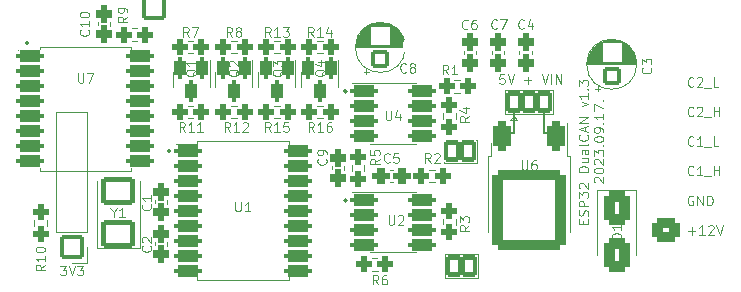
<source format=gbr>
%TF.GenerationSoftware,KiCad,Pcbnew,7.0.7*%
%TF.CreationDate,2023-09-17T21:28:58+02:00*%
%TF.ProjectId,PSACANBridgeHW_v12,50534143-414e-4427-9269-64676548575f,rev?*%
%TF.SameCoordinates,Original*%
%TF.FileFunction,Legend,Top*%
%TF.FilePolarity,Positive*%
%FSLAX46Y46*%
G04 Gerber Fmt 4.6, Leading zero omitted, Abs format (unit mm)*
G04 Created by KiCad (PCBNEW 7.0.7) date 2023-09-17 21:28:58*
%MOMM*%
%LPD*%
G01*
G04 APERTURE LIST*
G04 Aperture macros list*
%AMRoundRect*
0 Rectangle with rounded corners*
0 $1 Rounding radius*
0 $2 $3 $4 $5 $6 $7 $8 $9 X,Y pos of 4 corners*
0 Add a 4 corners polygon primitive as box body*
4,1,4,$2,$3,$4,$5,$6,$7,$8,$9,$2,$3,0*
0 Add four circle primitives for the rounded corners*
1,1,$1+$1,$2,$3*
1,1,$1+$1,$4,$5*
1,1,$1+$1,$6,$7*
1,1,$1+$1,$8,$9*
0 Add four rect primitives between the rounded corners*
20,1,$1+$1,$2,$3,$4,$5,0*
20,1,$1+$1,$4,$5,$6,$7,0*
20,1,$1+$1,$6,$7,$8,$9,0*
20,1,$1+$1,$8,$9,$2,$3,0*%
G04 Aperture macros list end*
%ADD10C,0.100000*%
%ADD11C,0.150000*%
%ADD12C,0.120000*%
%ADD13RoundRect,0.200000X0.850000X0.850000X-0.850000X0.850000X-0.850000X-0.850000X0.850000X-0.850000X0*%
%ADD14O,2.100000X2.100000*%
%ADD15RoundRect,0.437500X0.237500X-0.250000X0.237500X0.250000X-0.237500X0.250000X-0.237500X-0.250000X0*%
%ADD16RoundRect,0.437500X-0.250000X-0.237500X0.250000X-0.237500X0.250000X0.237500X-0.250000X0.237500X0*%
%ADD17RoundRect,0.437500X-0.237500X0.300000X-0.237500X-0.300000X0.237500X-0.300000X0.237500X0.300000X0*%
%ADD18RoundRect,0.350000X-0.875000X-0.150000X0.875000X-0.150000X0.875000X0.150000X-0.875000X0.150000X0*%
%ADD19C,2.100000*%
%ADD20RoundRect,0.200000X0.850000X-0.850000X0.850000X0.850000X-0.850000X0.850000X-0.850000X-0.850000X0*%
%ADD21RoundRect,0.450000X-0.350000X0.850000X-0.350000X-0.850000X0.350000X-0.850000X0.350000X0.850000X0*%
%ADD22RoundRect,0.449997X-2.650003X2.950003X-2.650003X-2.950003X2.650003X-2.950003X2.650003X2.950003X0*%
%ADD23RoundRect,0.200000X1.200000X-1.000000X1.200000X1.000000X-1.200000X1.000000X-1.200000X-1.000000X0*%
%ADD24RoundRect,0.200000X-0.500000X-0.750000X0.500000X-0.750000X0.500000X0.750000X-0.500000X0.750000X0*%
%ADD25C,1.924000*%
%ADD26RoundRect,0.350000X-0.825000X-0.150000X0.825000X-0.150000X0.825000X0.150000X-0.825000X0.150000X0*%
%ADD27RoundRect,0.437500X0.250000X0.237500X-0.250000X0.237500X-0.250000X-0.237500X0.250000X-0.237500X0*%
%ADD28RoundRect,0.200000X0.500000X0.750000X-0.500000X0.750000X-0.500000X-0.750000X0.500000X-0.750000X0*%
%ADD29RoundRect,0.437500X0.237500X-0.300000X0.237500X0.300000X-0.237500X0.300000X-0.237500X-0.300000X0*%
%ADD30RoundRect,0.200000X0.600000X-0.600000X0.600000X0.600000X-0.600000X0.600000X-0.600000X-0.600000X0*%
%ADD31C,1.600000*%
%ADD32RoundRect,0.437500X-0.300000X-0.237500X0.300000X-0.237500X0.300000X0.237500X-0.300000X0.237500X0*%
%ADD33RoundRect,0.437500X-0.237500X0.250000X-0.237500X-0.250000X0.237500X-0.250000X0.237500X0.250000X0*%
%ADD34RoundRect,0.350000X-0.150000X0.587500X-0.150000X-0.587500X0.150000X-0.587500X0.150000X0.587500X0*%
%ADD35RoundRect,0.450000X-0.650000X1.000000X-0.650000X-1.000000X0.650000X-1.000000X0.650000X1.000000X0*%
%ADD36RoundRect,0.450000X0.725000X-0.600000X0.725000X0.600000X-0.725000X0.600000X-0.725000X-0.600000X0*%
%ADD37O,2.350000X2.100000*%
G04 APERTURE END LIST*
D10*
X120930074Y-138906895D02*
X121425312Y-138906895D01*
X121425312Y-138906895D02*
X121158646Y-139211657D01*
X121158646Y-139211657D02*
X121272931Y-139211657D01*
X121272931Y-139211657D02*
X121349122Y-139249752D01*
X121349122Y-139249752D02*
X121387217Y-139287847D01*
X121387217Y-139287847D02*
X121425312Y-139364038D01*
X121425312Y-139364038D02*
X121425312Y-139554514D01*
X121425312Y-139554514D02*
X121387217Y-139630704D01*
X121387217Y-139630704D02*
X121349122Y-139668800D01*
X121349122Y-139668800D02*
X121272931Y-139706895D01*
X121272931Y-139706895D02*
X121044360Y-139706895D01*
X121044360Y-139706895D02*
X120968169Y-139668800D01*
X120968169Y-139668800D02*
X120930074Y-139630704D01*
X121653884Y-138906895D02*
X121920551Y-139706895D01*
X121920551Y-139706895D02*
X122187217Y-138906895D01*
X122377693Y-138906895D02*
X122872931Y-138906895D01*
X122872931Y-138906895D02*
X122606265Y-139211657D01*
X122606265Y-139211657D02*
X122720550Y-139211657D01*
X122720550Y-139211657D02*
X122796741Y-139249752D01*
X122796741Y-139249752D02*
X122834836Y-139287847D01*
X122834836Y-139287847D02*
X122872931Y-139364038D01*
X122872931Y-139364038D02*
X122872931Y-139554514D01*
X122872931Y-139554514D02*
X122834836Y-139630704D01*
X122834836Y-139630704D02*
X122796741Y-139668800D01*
X122796741Y-139668800D02*
X122720550Y-139706895D01*
X122720550Y-139706895D02*
X122491979Y-139706895D01*
X122491979Y-139706895D02*
X122415788Y-139668800D01*
X122415788Y-139668800D02*
X122377693Y-139630704D01*
D11*
X159360000Y-127680000D02*
X159030000Y-127680000D01*
X159360000Y-125860000D02*
X159360000Y-127680000D01*
X161890000Y-127670000D02*
X162220000Y-127670000D01*
X161890000Y-125850000D02*
X161890000Y-127670000D01*
D10*
X158537217Y-122696895D02*
X158156265Y-122696895D01*
X158156265Y-122696895D02*
X158118169Y-123077847D01*
X158118169Y-123077847D02*
X158156265Y-123039752D01*
X158156265Y-123039752D02*
X158232455Y-123001657D01*
X158232455Y-123001657D02*
X158422931Y-123001657D01*
X158422931Y-123001657D02*
X158499122Y-123039752D01*
X158499122Y-123039752D02*
X158537217Y-123077847D01*
X158537217Y-123077847D02*
X158575312Y-123154038D01*
X158575312Y-123154038D02*
X158575312Y-123344514D01*
X158575312Y-123344514D02*
X158537217Y-123420704D01*
X158537217Y-123420704D02*
X158499122Y-123458800D01*
X158499122Y-123458800D02*
X158422931Y-123496895D01*
X158422931Y-123496895D02*
X158232455Y-123496895D01*
X158232455Y-123496895D02*
X158156265Y-123458800D01*
X158156265Y-123458800D02*
X158118169Y-123420704D01*
X158803884Y-122696895D02*
X159070551Y-123496895D01*
X159070551Y-123496895D02*
X159337217Y-122696895D01*
X160213408Y-123192133D02*
X160822932Y-123192133D01*
X160518170Y-123496895D02*
X160518170Y-122887371D01*
X161699122Y-122696895D02*
X161965789Y-123496895D01*
X161965789Y-123496895D02*
X162232455Y-122696895D01*
X162499122Y-123496895D02*
X162499122Y-122696895D01*
X162880074Y-123496895D02*
X162880074Y-122696895D01*
X162880074Y-122696895D02*
X163337217Y-123496895D01*
X163337217Y-123496895D02*
X163337217Y-122696895D01*
D11*
X145220000Y-133380000D02*
G75*
G03*
X145220000Y-133380000I-138924J0D01*
G01*
X145220000Y-124110000D02*
G75*
G03*
X145220000Y-124110000I-138924J0D01*
G01*
X130288924Y-129160000D02*
G75*
G03*
X130288924Y-129160000I-138924J0D01*
G01*
X118238924Y-120020000D02*
G75*
G03*
X118238924Y-120020000I-138924J0D01*
G01*
D10*
X174542857Y-126163704D02*
X174504761Y-126201800D01*
X174504761Y-126201800D02*
X174390476Y-126239895D01*
X174390476Y-126239895D02*
X174314285Y-126239895D01*
X174314285Y-126239895D02*
X174199999Y-126201800D01*
X174199999Y-126201800D02*
X174123809Y-126125609D01*
X174123809Y-126125609D02*
X174085714Y-126049419D01*
X174085714Y-126049419D02*
X174047618Y-125897038D01*
X174047618Y-125897038D02*
X174047618Y-125782752D01*
X174047618Y-125782752D02*
X174085714Y-125630371D01*
X174085714Y-125630371D02*
X174123809Y-125554180D01*
X174123809Y-125554180D02*
X174199999Y-125477990D01*
X174199999Y-125477990D02*
X174314285Y-125439895D01*
X174314285Y-125439895D02*
X174390476Y-125439895D01*
X174390476Y-125439895D02*
X174504761Y-125477990D01*
X174504761Y-125477990D02*
X174542857Y-125516085D01*
X174847618Y-125516085D02*
X174885714Y-125477990D01*
X174885714Y-125477990D02*
X174961904Y-125439895D01*
X174961904Y-125439895D02*
X175152380Y-125439895D01*
X175152380Y-125439895D02*
X175228571Y-125477990D01*
X175228571Y-125477990D02*
X175266666Y-125516085D01*
X175266666Y-125516085D02*
X175304761Y-125592276D01*
X175304761Y-125592276D02*
X175304761Y-125668466D01*
X175304761Y-125668466D02*
X175266666Y-125782752D01*
X175266666Y-125782752D02*
X174809523Y-126239895D01*
X174809523Y-126239895D02*
X175304761Y-126239895D01*
X175457143Y-126316085D02*
X176066666Y-126316085D01*
X176257143Y-126239895D02*
X176257143Y-125439895D01*
X176257143Y-125820847D02*
X176714286Y-125820847D01*
X176714286Y-126239895D02*
X176714286Y-125439895D01*
X174542857Y-128665604D02*
X174504761Y-128703700D01*
X174504761Y-128703700D02*
X174390476Y-128741795D01*
X174390476Y-128741795D02*
X174314285Y-128741795D01*
X174314285Y-128741795D02*
X174199999Y-128703700D01*
X174199999Y-128703700D02*
X174123809Y-128627509D01*
X174123809Y-128627509D02*
X174085714Y-128551319D01*
X174085714Y-128551319D02*
X174047618Y-128398938D01*
X174047618Y-128398938D02*
X174047618Y-128284652D01*
X174047618Y-128284652D02*
X174085714Y-128132271D01*
X174085714Y-128132271D02*
X174123809Y-128056080D01*
X174123809Y-128056080D02*
X174199999Y-127979890D01*
X174199999Y-127979890D02*
X174314285Y-127941795D01*
X174314285Y-127941795D02*
X174390476Y-127941795D01*
X174390476Y-127941795D02*
X174504761Y-127979890D01*
X174504761Y-127979890D02*
X174542857Y-128017985D01*
X175304761Y-128741795D02*
X174847618Y-128741795D01*
X175076190Y-128741795D02*
X175076190Y-127941795D01*
X175076190Y-127941795D02*
X174999999Y-128056080D01*
X174999999Y-128056080D02*
X174923809Y-128132271D01*
X174923809Y-128132271D02*
X174847618Y-128170366D01*
X175457143Y-128817985D02*
X176066666Y-128817985D01*
X176638095Y-128741795D02*
X176257143Y-128741795D01*
X176257143Y-128741795D02*
X176257143Y-127941795D01*
X174542857Y-131167504D02*
X174504761Y-131205600D01*
X174504761Y-131205600D02*
X174390476Y-131243695D01*
X174390476Y-131243695D02*
X174314285Y-131243695D01*
X174314285Y-131243695D02*
X174199999Y-131205600D01*
X174199999Y-131205600D02*
X174123809Y-131129409D01*
X174123809Y-131129409D02*
X174085714Y-131053219D01*
X174085714Y-131053219D02*
X174047618Y-130900838D01*
X174047618Y-130900838D02*
X174047618Y-130786552D01*
X174047618Y-130786552D02*
X174085714Y-130634171D01*
X174085714Y-130634171D02*
X174123809Y-130557980D01*
X174123809Y-130557980D02*
X174199999Y-130481790D01*
X174199999Y-130481790D02*
X174314285Y-130443695D01*
X174314285Y-130443695D02*
X174390476Y-130443695D01*
X174390476Y-130443695D02*
X174504761Y-130481790D01*
X174504761Y-130481790D02*
X174542857Y-130519885D01*
X175304761Y-131243695D02*
X174847618Y-131243695D01*
X175076190Y-131243695D02*
X175076190Y-130443695D01*
X175076190Y-130443695D02*
X174999999Y-130557980D01*
X174999999Y-130557980D02*
X174923809Y-130634171D01*
X174923809Y-130634171D02*
X174847618Y-130672266D01*
X175457143Y-131319885D02*
X176066666Y-131319885D01*
X176257143Y-131243695D02*
X176257143Y-130443695D01*
X176257143Y-130824647D02*
X176714286Y-130824647D01*
X176714286Y-131243695D02*
X176714286Y-130443695D01*
X174504761Y-132983690D02*
X174428571Y-132945595D01*
X174428571Y-132945595D02*
X174314285Y-132945595D01*
X174314285Y-132945595D02*
X174199999Y-132983690D01*
X174199999Y-132983690D02*
X174123809Y-133059880D01*
X174123809Y-133059880D02*
X174085714Y-133136071D01*
X174085714Y-133136071D02*
X174047618Y-133288452D01*
X174047618Y-133288452D02*
X174047618Y-133402738D01*
X174047618Y-133402738D02*
X174085714Y-133555119D01*
X174085714Y-133555119D02*
X174123809Y-133631309D01*
X174123809Y-133631309D02*
X174199999Y-133707500D01*
X174199999Y-133707500D02*
X174314285Y-133745595D01*
X174314285Y-133745595D02*
X174390476Y-133745595D01*
X174390476Y-133745595D02*
X174504761Y-133707500D01*
X174504761Y-133707500D02*
X174542857Y-133669404D01*
X174542857Y-133669404D02*
X174542857Y-133402738D01*
X174542857Y-133402738D02*
X174390476Y-133402738D01*
X174885714Y-133745595D02*
X174885714Y-132945595D01*
X174885714Y-132945595D02*
X175342857Y-133745595D01*
X175342857Y-133745595D02*
X175342857Y-132945595D01*
X175723809Y-133745595D02*
X175723809Y-132945595D01*
X175723809Y-132945595D02*
X175914285Y-132945595D01*
X175914285Y-132945595D02*
X176028571Y-132983690D01*
X176028571Y-132983690D02*
X176104761Y-133059880D01*
X176104761Y-133059880D02*
X176142856Y-133136071D01*
X176142856Y-133136071D02*
X176180952Y-133288452D01*
X176180952Y-133288452D02*
X176180952Y-133402738D01*
X176180952Y-133402738D02*
X176142856Y-133555119D01*
X176142856Y-133555119D02*
X176104761Y-133631309D01*
X176104761Y-133631309D02*
X176028571Y-133707500D01*
X176028571Y-133707500D02*
X175914285Y-133745595D01*
X175914285Y-133745595D02*
X175723809Y-133745595D01*
X174085714Y-135942733D02*
X174695238Y-135942733D01*
X174390476Y-136247495D02*
X174390476Y-135637971D01*
X175495237Y-136247495D02*
X175038094Y-136247495D01*
X175266666Y-136247495D02*
X175266666Y-135447495D01*
X175266666Y-135447495D02*
X175190475Y-135561780D01*
X175190475Y-135561780D02*
X175114285Y-135637971D01*
X175114285Y-135637971D02*
X175038094Y-135676066D01*
X175799999Y-135523685D02*
X175838095Y-135485590D01*
X175838095Y-135485590D02*
X175914285Y-135447495D01*
X175914285Y-135447495D02*
X176104761Y-135447495D01*
X176104761Y-135447495D02*
X176180952Y-135485590D01*
X176180952Y-135485590D02*
X176219047Y-135523685D01*
X176219047Y-135523685D02*
X176257142Y-135599876D01*
X176257142Y-135599876D02*
X176257142Y-135676066D01*
X176257142Y-135676066D02*
X176219047Y-135790352D01*
X176219047Y-135790352D02*
X175761904Y-136247495D01*
X175761904Y-136247495D02*
X176257142Y-136247495D01*
X176485714Y-135447495D02*
X176752381Y-136247495D01*
X176752381Y-136247495D02*
X177019047Y-135447495D01*
X165211847Y-135346191D02*
X165211847Y-135079525D01*
X165630895Y-134965239D02*
X165630895Y-135346191D01*
X165630895Y-135346191D02*
X164830895Y-135346191D01*
X164830895Y-135346191D02*
X164830895Y-134965239D01*
X165592800Y-134660477D02*
X165630895Y-134546191D01*
X165630895Y-134546191D02*
X165630895Y-134355715D01*
X165630895Y-134355715D02*
X165592800Y-134279524D01*
X165592800Y-134279524D02*
X165554704Y-134241429D01*
X165554704Y-134241429D02*
X165478514Y-134203334D01*
X165478514Y-134203334D02*
X165402323Y-134203334D01*
X165402323Y-134203334D02*
X165326133Y-134241429D01*
X165326133Y-134241429D02*
X165288038Y-134279524D01*
X165288038Y-134279524D02*
X165249942Y-134355715D01*
X165249942Y-134355715D02*
X165211847Y-134508096D01*
X165211847Y-134508096D02*
X165173752Y-134584286D01*
X165173752Y-134584286D02*
X165135657Y-134622381D01*
X165135657Y-134622381D02*
X165059466Y-134660477D01*
X165059466Y-134660477D02*
X164983276Y-134660477D01*
X164983276Y-134660477D02*
X164907085Y-134622381D01*
X164907085Y-134622381D02*
X164868990Y-134584286D01*
X164868990Y-134584286D02*
X164830895Y-134508096D01*
X164830895Y-134508096D02*
X164830895Y-134317619D01*
X164830895Y-134317619D02*
X164868990Y-134203334D01*
X165630895Y-133860476D02*
X164830895Y-133860476D01*
X164830895Y-133860476D02*
X164830895Y-133555714D01*
X164830895Y-133555714D02*
X164868990Y-133479524D01*
X164868990Y-133479524D02*
X164907085Y-133441429D01*
X164907085Y-133441429D02*
X164983276Y-133403333D01*
X164983276Y-133403333D02*
X165097561Y-133403333D01*
X165097561Y-133403333D02*
X165173752Y-133441429D01*
X165173752Y-133441429D02*
X165211847Y-133479524D01*
X165211847Y-133479524D02*
X165249942Y-133555714D01*
X165249942Y-133555714D02*
X165249942Y-133860476D01*
X164830895Y-133136667D02*
X164830895Y-132641429D01*
X164830895Y-132641429D02*
X165135657Y-132908095D01*
X165135657Y-132908095D02*
X165135657Y-132793810D01*
X165135657Y-132793810D02*
X165173752Y-132717619D01*
X165173752Y-132717619D02*
X165211847Y-132679524D01*
X165211847Y-132679524D02*
X165288038Y-132641429D01*
X165288038Y-132641429D02*
X165478514Y-132641429D01*
X165478514Y-132641429D02*
X165554704Y-132679524D01*
X165554704Y-132679524D02*
X165592800Y-132717619D01*
X165592800Y-132717619D02*
X165630895Y-132793810D01*
X165630895Y-132793810D02*
X165630895Y-133022381D01*
X165630895Y-133022381D02*
X165592800Y-133098572D01*
X165592800Y-133098572D02*
X165554704Y-133136667D01*
X164907085Y-132336667D02*
X164868990Y-132298571D01*
X164868990Y-132298571D02*
X164830895Y-132222381D01*
X164830895Y-132222381D02*
X164830895Y-132031905D01*
X164830895Y-132031905D02*
X164868990Y-131955714D01*
X164868990Y-131955714D02*
X164907085Y-131917619D01*
X164907085Y-131917619D02*
X164983276Y-131879524D01*
X164983276Y-131879524D02*
X165059466Y-131879524D01*
X165059466Y-131879524D02*
X165173752Y-131917619D01*
X165173752Y-131917619D02*
X165630895Y-132374762D01*
X165630895Y-132374762D02*
X165630895Y-131879524D01*
X165630895Y-130927142D02*
X164830895Y-130927142D01*
X164830895Y-130927142D02*
X164830895Y-130736666D01*
X164830895Y-130736666D02*
X164868990Y-130622380D01*
X164868990Y-130622380D02*
X164945180Y-130546190D01*
X164945180Y-130546190D02*
X165021371Y-130508095D01*
X165021371Y-130508095D02*
X165173752Y-130469999D01*
X165173752Y-130469999D02*
X165288038Y-130469999D01*
X165288038Y-130469999D02*
X165440419Y-130508095D01*
X165440419Y-130508095D02*
X165516609Y-130546190D01*
X165516609Y-130546190D02*
X165592800Y-130622380D01*
X165592800Y-130622380D02*
X165630895Y-130736666D01*
X165630895Y-130736666D02*
X165630895Y-130927142D01*
X165097561Y-129784285D02*
X165630895Y-129784285D01*
X165097561Y-130127142D02*
X165516609Y-130127142D01*
X165516609Y-130127142D02*
X165592800Y-130089047D01*
X165592800Y-130089047D02*
X165630895Y-130012857D01*
X165630895Y-130012857D02*
X165630895Y-129898571D01*
X165630895Y-129898571D02*
X165592800Y-129822380D01*
X165592800Y-129822380D02*
X165554704Y-129784285D01*
X165630895Y-129060475D02*
X165211847Y-129060475D01*
X165211847Y-129060475D02*
X165135657Y-129098570D01*
X165135657Y-129098570D02*
X165097561Y-129174761D01*
X165097561Y-129174761D02*
X165097561Y-129327142D01*
X165097561Y-129327142D02*
X165135657Y-129403332D01*
X165592800Y-129060475D02*
X165630895Y-129136666D01*
X165630895Y-129136666D02*
X165630895Y-129327142D01*
X165630895Y-129327142D02*
X165592800Y-129403332D01*
X165592800Y-129403332D02*
X165516609Y-129441428D01*
X165516609Y-129441428D02*
X165440419Y-129441428D01*
X165440419Y-129441428D02*
X165364228Y-129403332D01*
X165364228Y-129403332D02*
X165326133Y-129327142D01*
X165326133Y-129327142D02*
X165326133Y-129136666D01*
X165326133Y-129136666D02*
X165288038Y-129060475D01*
X165630895Y-128565237D02*
X165592800Y-128641427D01*
X165592800Y-128641427D02*
X165516609Y-128679522D01*
X165516609Y-128679522D02*
X164830895Y-128679522D01*
X165554704Y-127803331D02*
X165592800Y-127841427D01*
X165592800Y-127841427D02*
X165630895Y-127955712D01*
X165630895Y-127955712D02*
X165630895Y-128031903D01*
X165630895Y-128031903D02*
X165592800Y-128146189D01*
X165592800Y-128146189D02*
X165516609Y-128222379D01*
X165516609Y-128222379D02*
X165440419Y-128260474D01*
X165440419Y-128260474D02*
X165288038Y-128298570D01*
X165288038Y-128298570D02*
X165173752Y-128298570D01*
X165173752Y-128298570D02*
X165021371Y-128260474D01*
X165021371Y-128260474D02*
X164945180Y-128222379D01*
X164945180Y-128222379D02*
X164868990Y-128146189D01*
X164868990Y-128146189D02*
X164830895Y-128031903D01*
X164830895Y-128031903D02*
X164830895Y-127955712D01*
X164830895Y-127955712D02*
X164868990Y-127841427D01*
X164868990Y-127841427D02*
X164907085Y-127803331D01*
X165402323Y-127498570D02*
X165402323Y-127117617D01*
X165630895Y-127574760D02*
X164830895Y-127308093D01*
X164830895Y-127308093D02*
X165630895Y-127041427D01*
X165630895Y-126774760D02*
X164830895Y-126774760D01*
X164830895Y-126774760D02*
X165630895Y-126317617D01*
X165630895Y-126317617D02*
X164830895Y-126317617D01*
X165097561Y-125403332D02*
X165630895Y-125212856D01*
X165630895Y-125212856D02*
X165097561Y-125022379D01*
X165630895Y-124298570D02*
X165630895Y-124755713D01*
X165630895Y-124527141D02*
X164830895Y-124527141D01*
X164830895Y-124527141D02*
X164945180Y-124603332D01*
X164945180Y-124603332D02*
X165021371Y-124679522D01*
X165021371Y-124679522D02*
X165059466Y-124755713D01*
X165554704Y-123955712D02*
X165592800Y-123917617D01*
X165592800Y-123917617D02*
X165630895Y-123955712D01*
X165630895Y-123955712D02*
X165592800Y-123993808D01*
X165592800Y-123993808D02*
X165554704Y-123955712D01*
X165554704Y-123955712D02*
X165630895Y-123955712D01*
X164830895Y-123650951D02*
X164830895Y-123155713D01*
X164830895Y-123155713D02*
X165135657Y-123422379D01*
X165135657Y-123422379D02*
X165135657Y-123308094D01*
X165135657Y-123308094D02*
X165173752Y-123231903D01*
X165173752Y-123231903D02*
X165211847Y-123193808D01*
X165211847Y-123193808D02*
X165288038Y-123155713D01*
X165288038Y-123155713D02*
X165478514Y-123155713D01*
X165478514Y-123155713D02*
X165554704Y-123193808D01*
X165554704Y-123193808D02*
X165592800Y-123231903D01*
X165592800Y-123231903D02*
X165630895Y-123308094D01*
X165630895Y-123308094D02*
X165630895Y-123536665D01*
X165630895Y-123536665D02*
X165592800Y-123612856D01*
X165592800Y-123612856D02*
X165554704Y-123650951D01*
X166195085Y-131822381D02*
X166156990Y-131784285D01*
X166156990Y-131784285D02*
X166118895Y-131708095D01*
X166118895Y-131708095D02*
X166118895Y-131517619D01*
X166118895Y-131517619D02*
X166156990Y-131441428D01*
X166156990Y-131441428D02*
X166195085Y-131403333D01*
X166195085Y-131403333D02*
X166271276Y-131365238D01*
X166271276Y-131365238D02*
X166347466Y-131365238D01*
X166347466Y-131365238D02*
X166461752Y-131403333D01*
X166461752Y-131403333D02*
X166918895Y-131860476D01*
X166918895Y-131860476D02*
X166918895Y-131365238D01*
X166118895Y-130869999D02*
X166118895Y-130793809D01*
X166118895Y-130793809D02*
X166156990Y-130717618D01*
X166156990Y-130717618D02*
X166195085Y-130679523D01*
X166195085Y-130679523D02*
X166271276Y-130641428D01*
X166271276Y-130641428D02*
X166423657Y-130603333D01*
X166423657Y-130603333D02*
X166614133Y-130603333D01*
X166614133Y-130603333D02*
X166766514Y-130641428D01*
X166766514Y-130641428D02*
X166842704Y-130679523D01*
X166842704Y-130679523D02*
X166880800Y-130717618D01*
X166880800Y-130717618D02*
X166918895Y-130793809D01*
X166918895Y-130793809D02*
X166918895Y-130869999D01*
X166918895Y-130869999D02*
X166880800Y-130946190D01*
X166880800Y-130946190D02*
X166842704Y-130984285D01*
X166842704Y-130984285D02*
X166766514Y-131022380D01*
X166766514Y-131022380D02*
X166614133Y-131060476D01*
X166614133Y-131060476D02*
X166423657Y-131060476D01*
X166423657Y-131060476D02*
X166271276Y-131022380D01*
X166271276Y-131022380D02*
X166195085Y-130984285D01*
X166195085Y-130984285D02*
X166156990Y-130946190D01*
X166156990Y-130946190D02*
X166118895Y-130869999D01*
X166195085Y-130298571D02*
X166156990Y-130260475D01*
X166156990Y-130260475D02*
X166118895Y-130184285D01*
X166118895Y-130184285D02*
X166118895Y-129993809D01*
X166118895Y-129993809D02*
X166156990Y-129917618D01*
X166156990Y-129917618D02*
X166195085Y-129879523D01*
X166195085Y-129879523D02*
X166271276Y-129841428D01*
X166271276Y-129841428D02*
X166347466Y-129841428D01*
X166347466Y-129841428D02*
X166461752Y-129879523D01*
X166461752Y-129879523D02*
X166918895Y-130336666D01*
X166918895Y-130336666D02*
X166918895Y-129841428D01*
X166118895Y-129574761D02*
X166118895Y-129079523D01*
X166118895Y-129079523D02*
X166423657Y-129346189D01*
X166423657Y-129346189D02*
X166423657Y-129231904D01*
X166423657Y-129231904D02*
X166461752Y-129155713D01*
X166461752Y-129155713D02*
X166499847Y-129117618D01*
X166499847Y-129117618D02*
X166576038Y-129079523D01*
X166576038Y-129079523D02*
X166766514Y-129079523D01*
X166766514Y-129079523D02*
X166842704Y-129117618D01*
X166842704Y-129117618D02*
X166880800Y-129155713D01*
X166880800Y-129155713D02*
X166918895Y-129231904D01*
X166918895Y-129231904D02*
X166918895Y-129460475D01*
X166918895Y-129460475D02*
X166880800Y-129536666D01*
X166880800Y-129536666D02*
X166842704Y-129574761D01*
X166842704Y-128736665D02*
X166880800Y-128698570D01*
X166880800Y-128698570D02*
X166918895Y-128736665D01*
X166918895Y-128736665D02*
X166880800Y-128774761D01*
X166880800Y-128774761D02*
X166842704Y-128736665D01*
X166842704Y-128736665D02*
X166918895Y-128736665D01*
X166118895Y-128203332D02*
X166118895Y-128127142D01*
X166118895Y-128127142D02*
X166156990Y-128050951D01*
X166156990Y-128050951D02*
X166195085Y-128012856D01*
X166195085Y-128012856D02*
X166271276Y-127974761D01*
X166271276Y-127974761D02*
X166423657Y-127936666D01*
X166423657Y-127936666D02*
X166614133Y-127936666D01*
X166614133Y-127936666D02*
X166766514Y-127974761D01*
X166766514Y-127974761D02*
X166842704Y-128012856D01*
X166842704Y-128012856D02*
X166880800Y-128050951D01*
X166880800Y-128050951D02*
X166918895Y-128127142D01*
X166918895Y-128127142D02*
X166918895Y-128203332D01*
X166918895Y-128203332D02*
X166880800Y-128279523D01*
X166880800Y-128279523D02*
X166842704Y-128317618D01*
X166842704Y-128317618D02*
X166766514Y-128355713D01*
X166766514Y-128355713D02*
X166614133Y-128393809D01*
X166614133Y-128393809D02*
X166423657Y-128393809D01*
X166423657Y-128393809D02*
X166271276Y-128355713D01*
X166271276Y-128355713D02*
X166195085Y-128317618D01*
X166195085Y-128317618D02*
X166156990Y-128279523D01*
X166156990Y-128279523D02*
X166118895Y-128203332D01*
X166918895Y-127555713D02*
X166918895Y-127403332D01*
X166918895Y-127403332D02*
X166880800Y-127327142D01*
X166880800Y-127327142D02*
X166842704Y-127289046D01*
X166842704Y-127289046D02*
X166728419Y-127212856D01*
X166728419Y-127212856D02*
X166576038Y-127174761D01*
X166576038Y-127174761D02*
X166271276Y-127174761D01*
X166271276Y-127174761D02*
X166195085Y-127212856D01*
X166195085Y-127212856D02*
X166156990Y-127250951D01*
X166156990Y-127250951D02*
X166118895Y-127327142D01*
X166118895Y-127327142D02*
X166118895Y-127479523D01*
X166118895Y-127479523D02*
X166156990Y-127555713D01*
X166156990Y-127555713D02*
X166195085Y-127593808D01*
X166195085Y-127593808D02*
X166271276Y-127631904D01*
X166271276Y-127631904D02*
X166461752Y-127631904D01*
X166461752Y-127631904D02*
X166537942Y-127593808D01*
X166537942Y-127593808D02*
X166576038Y-127555713D01*
X166576038Y-127555713D02*
X166614133Y-127479523D01*
X166614133Y-127479523D02*
X166614133Y-127327142D01*
X166614133Y-127327142D02*
X166576038Y-127250951D01*
X166576038Y-127250951D02*
X166537942Y-127212856D01*
X166537942Y-127212856D02*
X166461752Y-127174761D01*
X166842704Y-126831903D02*
X166880800Y-126793808D01*
X166880800Y-126793808D02*
X166918895Y-126831903D01*
X166918895Y-126831903D02*
X166880800Y-126869999D01*
X166880800Y-126869999D02*
X166842704Y-126831903D01*
X166842704Y-126831903D02*
X166918895Y-126831903D01*
X166918895Y-126031904D02*
X166918895Y-126489047D01*
X166918895Y-126260475D02*
X166118895Y-126260475D01*
X166118895Y-126260475D02*
X166233180Y-126336666D01*
X166233180Y-126336666D02*
X166309371Y-126412856D01*
X166309371Y-126412856D02*
X166347466Y-126489047D01*
X166118895Y-125765237D02*
X166118895Y-125231903D01*
X166118895Y-125231903D02*
X166918895Y-125574761D01*
X166842704Y-124927141D02*
X166880800Y-124889046D01*
X166880800Y-124889046D02*
X166918895Y-124927141D01*
X166918895Y-124927141D02*
X166880800Y-124965237D01*
X166880800Y-124965237D02*
X166842704Y-124927141D01*
X166842704Y-124927141D02*
X166918895Y-124927141D01*
X174542857Y-123661804D02*
X174504761Y-123699900D01*
X174504761Y-123699900D02*
X174390476Y-123737995D01*
X174390476Y-123737995D02*
X174314285Y-123737995D01*
X174314285Y-123737995D02*
X174199999Y-123699900D01*
X174199999Y-123699900D02*
X174123809Y-123623709D01*
X174123809Y-123623709D02*
X174085714Y-123547519D01*
X174085714Y-123547519D02*
X174047618Y-123395138D01*
X174047618Y-123395138D02*
X174047618Y-123280852D01*
X174047618Y-123280852D02*
X174085714Y-123128471D01*
X174085714Y-123128471D02*
X174123809Y-123052280D01*
X174123809Y-123052280D02*
X174199999Y-122976090D01*
X174199999Y-122976090D02*
X174314285Y-122937995D01*
X174314285Y-122937995D02*
X174390476Y-122937995D01*
X174390476Y-122937995D02*
X174504761Y-122976090D01*
X174504761Y-122976090D02*
X174542857Y-123014185D01*
X174847618Y-123014185D02*
X174885714Y-122976090D01*
X174885714Y-122976090D02*
X174961904Y-122937995D01*
X174961904Y-122937995D02*
X175152380Y-122937995D01*
X175152380Y-122937995D02*
X175228571Y-122976090D01*
X175228571Y-122976090D02*
X175266666Y-123014185D01*
X175266666Y-123014185D02*
X175304761Y-123090376D01*
X175304761Y-123090376D02*
X175304761Y-123166566D01*
X175304761Y-123166566D02*
X175266666Y-123280852D01*
X175266666Y-123280852D02*
X174809523Y-123737995D01*
X174809523Y-123737995D02*
X175304761Y-123737995D01*
X175457143Y-123814185D02*
X176066666Y-123814185D01*
X176638095Y-123737995D02*
X176257143Y-123737995D01*
X176257143Y-123737995D02*
X176257143Y-122937995D01*
X119644895Y-138824285D02*
X119263942Y-139090952D01*
X119644895Y-139281428D02*
X118844895Y-139281428D01*
X118844895Y-139281428D02*
X118844895Y-138976666D01*
X118844895Y-138976666D02*
X118882990Y-138900476D01*
X118882990Y-138900476D02*
X118921085Y-138862381D01*
X118921085Y-138862381D02*
X118997276Y-138824285D01*
X118997276Y-138824285D02*
X119111561Y-138824285D01*
X119111561Y-138824285D02*
X119187752Y-138862381D01*
X119187752Y-138862381D02*
X119225847Y-138900476D01*
X119225847Y-138900476D02*
X119263942Y-138976666D01*
X119263942Y-138976666D02*
X119263942Y-139281428D01*
X119644895Y-138062381D02*
X119644895Y-138519524D01*
X119644895Y-138290952D02*
X118844895Y-138290952D01*
X118844895Y-138290952D02*
X118959180Y-138367143D01*
X118959180Y-138367143D02*
X119035371Y-138443333D01*
X119035371Y-138443333D02*
X119073466Y-138519524D01*
X118844895Y-137567142D02*
X118844895Y-137490952D01*
X118844895Y-137490952D02*
X118882990Y-137414761D01*
X118882990Y-137414761D02*
X118921085Y-137376666D01*
X118921085Y-137376666D02*
X118997276Y-137338571D01*
X118997276Y-137338571D02*
X119149657Y-137300476D01*
X119149657Y-137300476D02*
X119340133Y-137300476D01*
X119340133Y-137300476D02*
X119492514Y-137338571D01*
X119492514Y-137338571D02*
X119568704Y-137376666D01*
X119568704Y-137376666D02*
X119606800Y-137414761D01*
X119606800Y-137414761D02*
X119644895Y-137490952D01*
X119644895Y-137490952D02*
X119644895Y-137567142D01*
X119644895Y-137567142D02*
X119606800Y-137643333D01*
X119606800Y-137643333D02*
X119568704Y-137681428D01*
X119568704Y-137681428D02*
X119492514Y-137719523D01*
X119492514Y-137719523D02*
X119340133Y-137757619D01*
X119340133Y-137757619D02*
X119149657Y-137757619D01*
X119149657Y-137757619D02*
X118997276Y-137719523D01*
X118997276Y-137719523D02*
X118921085Y-137681428D01*
X118921085Y-137681428D02*
X118882990Y-137643333D01*
X118882990Y-137643333D02*
X118844895Y-137567142D01*
X126614895Y-117793332D02*
X126233942Y-118059999D01*
X126614895Y-118250475D02*
X125814895Y-118250475D01*
X125814895Y-118250475D02*
X125814895Y-117945713D01*
X125814895Y-117945713D02*
X125852990Y-117869523D01*
X125852990Y-117869523D02*
X125891085Y-117831428D01*
X125891085Y-117831428D02*
X125967276Y-117793332D01*
X125967276Y-117793332D02*
X126081561Y-117793332D01*
X126081561Y-117793332D02*
X126157752Y-117831428D01*
X126157752Y-117831428D02*
X126195847Y-117869523D01*
X126195847Y-117869523D02*
X126233942Y-117945713D01*
X126233942Y-117945713D02*
X126233942Y-118250475D01*
X126614895Y-117412380D02*
X126614895Y-117259999D01*
X126614895Y-117259999D02*
X126576800Y-117183809D01*
X126576800Y-117183809D02*
X126538704Y-117145713D01*
X126538704Y-117145713D02*
X126424419Y-117069523D01*
X126424419Y-117069523D02*
X126272038Y-117031428D01*
X126272038Y-117031428D02*
X125967276Y-117031428D01*
X125967276Y-117031428D02*
X125891085Y-117069523D01*
X125891085Y-117069523D02*
X125852990Y-117107618D01*
X125852990Y-117107618D02*
X125814895Y-117183809D01*
X125814895Y-117183809D02*
X125814895Y-117336190D01*
X125814895Y-117336190D02*
X125852990Y-117412380D01*
X125852990Y-117412380D02*
X125891085Y-117450475D01*
X125891085Y-117450475D02*
X125967276Y-117488571D01*
X125967276Y-117488571D02*
X126157752Y-117488571D01*
X126157752Y-117488571D02*
X126233942Y-117450475D01*
X126233942Y-117450475D02*
X126272038Y-117412380D01*
X126272038Y-117412380D02*
X126310133Y-117336190D01*
X126310133Y-117336190D02*
X126310133Y-117183809D01*
X126310133Y-117183809D02*
X126272038Y-117107618D01*
X126272038Y-117107618D02*
X126233942Y-117069523D01*
X126233942Y-117069523D02*
X126157752Y-117031428D01*
X123298704Y-118934285D02*
X123336800Y-118972381D01*
X123336800Y-118972381D02*
X123374895Y-119086666D01*
X123374895Y-119086666D02*
X123374895Y-119162857D01*
X123374895Y-119162857D02*
X123336800Y-119277143D01*
X123336800Y-119277143D02*
X123260609Y-119353333D01*
X123260609Y-119353333D02*
X123184419Y-119391428D01*
X123184419Y-119391428D02*
X123032038Y-119429524D01*
X123032038Y-119429524D02*
X122917752Y-119429524D01*
X122917752Y-119429524D02*
X122765371Y-119391428D01*
X122765371Y-119391428D02*
X122689180Y-119353333D01*
X122689180Y-119353333D02*
X122612990Y-119277143D01*
X122612990Y-119277143D02*
X122574895Y-119162857D01*
X122574895Y-119162857D02*
X122574895Y-119086666D01*
X122574895Y-119086666D02*
X122612990Y-118972381D01*
X122612990Y-118972381D02*
X122651085Y-118934285D01*
X123374895Y-118172381D02*
X123374895Y-118629524D01*
X123374895Y-118400952D02*
X122574895Y-118400952D01*
X122574895Y-118400952D02*
X122689180Y-118477143D01*
X122689180Y-118477143D02*
X122765371Y-118553333D01*
X122765371Y-118553333D02*
X122803466Y-118629524D01*
X122574895Y-117677142D02*
X122574895Y-117600952D01*
X122574895Y-117600952D02*
X122612990Y-117524761D01*
X122612990Y-117524761D02*
X122651085Y-117486666D01*
X122651085Y-117486666D02*
X122727276Y-117448571D01*
X122727276Y-117448571D02*
X122879657Y-117410476D01*
X122879657Y-117410476D02*
X123070133Y-117410476D01*
X123070133Y-117410476D02*
X123222514Y-117448571D01*
X123222514Y-117448571D02*
X123298704Y-117486666D01*
X123298704Y-117486666D02*
X123336800Y-117524761D01*
X123336800Y-117524761D02*
X123374895Y-117600952D01*
X123374895Y-117600952D02*
X123374895Y-117677142D01*
X123374895Y-117677142D02*
X123336800Y-117753333D01*
X123336800Y-117753333D02*
X123298704Y-117791428D01*
X123298704Y-117791428D02*
X123222514Y-117829523D01*
X123222514Y-117829523D02*
X123070133Y-117867619D01*
X123070133Y-117867619D02*
X122879657Y-117867619D01*
X122879657Y-117867619D02*
X122727276Y-117829523D01*
X122727276Y-117829523D02*
X122651085Y-117791428D01*
X122651085Y-117791428D02*
X122612990Y-117753333D01*
X122612990Y-117753333D02*
X122574895Y-117677142D01*
X122440476Y-122614895D02*
X122440476Y-123262514D01*
X122440476Y-123262514D02*
X122478571Y-123338704D01*
X122478571Y-123338704D02*
X122516666Y-123376800D01*
X122516666Y-123376800D02*
X122592857Y-123414895D01*
X122592857Y-123414895D02*
X122745238Y-123414895D01*
X122745238Y-123414895D02*
X122821428Y-123376800D01*
X122821428Y-123376800D02*
X122859523Y-123338704D01*
X122859523Y-123338704D02*
X122897619Y-123262514D01*
X122897619Y-123262514D02*
X122897619Y-122614895D01*
X123202380Y-122614895D02*
X123735714Y-122614895D01*
X123735714Y-122614895D02*
X123392856Y-123414895D01*
X160010476Y-129944895D02*
X160010476Y-130592514D01*
X160010476Y-130592514D02*
X160048571Y-130668704D01*
X160048571Y-130668704D02*
X160086666Y-130706800D01*
X160086666Y-130706800D02*
X160162857Y-130744895D01*
X160162857Y-130744895D02*
X160315238Y-130744895D01*
X160315238Y-130744895D02*
X160391428Y-130706800D01*
X160391428Y-130706800D02*
X160429523Y-130668704D01*
X160429523Y-130668704D02*
X160467619Y-130592514D01*
X160467619Y-130592514D02*
X160467619Y-129944895D01*
X161191428Y-129944895D02*
X161039047Y-129944895D01*
X161039047Y-129944895D02*
X160962856Y-129982990D01*
X160962856Y-129982990D02*
X160924761Y-130021085D01*
X160924761Y-130021085D02*
X160848571Y-130135371D01*
X160848571Y-130135371D02*
X160810475Y-130287752D01*
X160810475Y-130287752D02*
X160810475Y-130592514D01*
X160810475Y-130592514D02*
X160848571Y-130668704D01*
X160848571Y-130668704D02*
X160886666Y-130706800D01*
X160886666Y-130706800D02*
X160962856Y-130744895D01*
X160962856Y-130744895D02*
X161115237Y-130744895D01*
X161115237Y-130744895D02*
X161191428Y-130706800D01*
X161191428Y-130706800D02*
X161229523Y-130668704D01*
X161229523Y-130668704D02*
X161267618Y-130592514D01*
X161267618Y-130592514D02*
X161267618Y-130402038D01*
X161267618Y-130402038D02*
X161229523Y-130325847D01*
X161229523Y-130325847D02*
X161191428Y-130287752D01*
X161191428Y-130287752D02*
X161115237Y-130249657D01*
X161115237Y-130249657D02*
X160962856Y-130249657D01*
X160962856Y-130249657D02*
X160886666Y-130287752D01*
X160886666Y-130287752D02*
X160848571Y-130325847D01*
X160848571Y-130325847D02*
X160810475Y-130402038D01*
X125449048Y-134383942D02*
X125449048Y-134764895D01*
X125182381Y-133964895D02*
X125449048Y-134383942D01*
X125449048Y-134383942D02*
X125715714Y-133964895D01*
X126401428Y-134764895D02*
X125944285Y-134764895D01*
X126172857Y-134764895D02*
X126172857Y-133964895D01*
X126172857Y-133964895D02*
X126096666Y-134079180D01*
X126096666Y-134079180D02*
X126020476Y-134155371D01*
X126020476Y-134155371D02*
X125944285Y-134193466D01*
X148480476Y-125774895D02*
X148480476Y-126422514D01*
X148480476Y-126422514D02*
X148518571Y-126498704D01*
X148518571Y-126498704D02*
X148556666Y-126536800D01*
X148556666Y-126536800D02*
X148632857Y-126574895D01*
X148632857Y-126574895D02*
X148785238Y-126574895D01*
X148785238Y-126574895D02*
X148861428Y-126536800D01*
X148861428Y-126536800D02*
X148899523Y-126498704D01*
X148899523Y-126498704D02*
X148937619Y-126422514D01*
X148937619Y-126422514D02*
X148937619Y-125774895D01*
X149661428Y-126041561D02*
X149661428Y-126574895D01*
X149470952Y-125736800D02*
X149280475Y-126308228D01*
X149280475Y-126308228D02*
X149775714Y-126308228D01*
X148730476Y-134634895D02*
X148730476Y-135282514D01*
X148730476Y-135282514D02*
X148768571Y-135358704D01*
X148768571Y-135358704D02*
X148806666Y-135396800D01*
X148806666Y-135396800D02*
X148882857Y-135434895D01*
X148882857Y-135434895D02*
X149035238Y-135434895D01*
X149035238Y-135434895D02*
X149111428Y-135396800D01*
X149111428Y-135396800D02*
X149149523Y-135358704D01*
X149149523Y-135358704D02*
X149187619Y-135282514D01*
X149187619Y-135282514D02*
X149187619Y-134634895D01*
X149530475Y-134711085D02*
X149568571Y-134672990D01*
X149568571Y-134672990D02*
X149644761Y-134634895D01*
X149644761Y-134634895D02*
X149835237Y-134634895D01*
X149835237Y-134634895D02*
X149911428Y-134672990D01*
X149911428Y-134672990D02*
X149949523Y-134711085D01*
X149949523Y-134711085D02*
X149987618Y-134787276D01*
X149987618Y-134787276D02*
X149987618Y-134863466D01*
X149987618Y-134863466D02*
X149949523Y-134977752D01*
X149949523Y-134977752D02*
X149492380Y-135434895D01*
X149492380Y-135434895D02*
X149987618Y-135434895D01*
X152286667Y-130154895D02*
X152020000Y-129773942D01*
X151829524Y-130154895D02*
X151829524Y-129354895D01*
X151829524Y-129354895D02*
X152134286Y-129354895D01*
X152134286Y-129354895D02*
X152210476Y-129392990D01*
X152210476Y-129392990D02*
X152248571Y-129431085D01*
X152248571Y-129431085D02*
X152286667Y-129507276D01*
X152286667Y-129507276D02*
X152286667Y-129621561D01*
X152286667Y-129621561D02*
X152248571Y-129697752D01*
X152248571Y-129697752D02*
X152210476Y-129735847D01*
X152210476Y-129735847D02*
X152134286Y-129773942D01*
X152134286Y-129773942D02*
X151829524Y-129773942D01*
X152591428Y-129431085D02*
X152629524Y-129392990D01*
X152629524Y-129392990D02*
X152705714Y-129354895D01*
X152705714Y-129354895D02*
X152896190Y-129354895D01*
X152896190Y-129354895D02*
X152972381Y-129392990D01*
X152972381Y-129392990D02*
X153010476Y-129431085D01*
X153010476Y-129431085D02*
X153048571Y-129507276D01*
X153048571Y-129507276D02*
X153048571Y-129583466D01*
X153048571Y-129583466D02*
X153010476Y-129697752D01*
X153010476Y-129697752D02*
X152553333Y-130154895D01*
X152553333Y-130154895D02*
X153048571Y-130154895D01*
X153776667Y-122694895D02*
X153510000Y-122313942D01*
X153319524Y-122694895D02*
X153319524Y-121894895D01*
X153319524Y-121894895D02*
X153624286Y-121894895D01*
X153624286Y-121894895D02*
X153700476Y-121932990D01*
X153700476Y-121932990D02*
X153738571Y-121971085D01*
X153738571Y-121971085D02*
X153776667Y-122047276D01*
X153776667Y-122047276D02*
X153776667Y-122161561D01*
X153776667Y-122161561D02*
X153738571Y-122237752D01*
X153738571Y-122237752D02*
X153700476Y-122275847D01*
X153700476Y-122275847D02*
X153624286Y-122313942D01*
X153624286Y-122313942D02*
X153319524Y-122313942D01*
X154538571Y-122694895D02*
X154081428Y-122694895D01*
X154310000Y-122694895D02*
X154310000Y-121894895D01*
X154310000Y-121894895D02*
X154233809Y-122009180D01*
X154233809Y-122009180D02*
X154157619Y-122085371D01*
X154157619Y-122085371D02*
X154081428Y-122123466D01*
X128573704Y-133673832D02*
X128611800Y-133711928D01*
X128611800Y-133711928D02*
X128649895Y-133826213D01*
X128649895Y-133826213D02*
X128649895Y-133902404D01*
X128649895Y-133902404D02*
X128611800Y-134016690D01*
X128611800Y-134016690D02*
X128535609Y-134092880D01*
X128535609Y-134092880D02*
X128459419Y-134130975D01*
X128459419Y-134130975D02*
X128307038Y-134169071D01*
X128307038Y-134169071D02*
X128192752Y-134169071D01*
X128192752Y-134169071D02*
X128040371Y-134130975D01*
X128040371Y-134130975D02*
X127964180Y-134092880D01*
X127964180Y-134092880D02*
X127887990Y-134016690D01*
X127887990Y-134016690D02*
X127849895Y-133902404D01*
X127849895Y-133902404D02*
X127849895Y-133826213D01*
X127849895Y-133826213D02*
X127887990Y-133711928D01*
X127887990Y-133711928D02*
X127926085Y-133673832D01*
X128649895Y-132911928D02*
X128649895Y-133369071D01*
X128649895Y-133140499D02*
X127849895Y-133140499D01*
X127849895Y-133140499D02*
X127964180Y-133216690D01*
X127964180Y-133216690D02*
X128040371Y-133292880D01*
X128040371Y-133292880D02*
X128078466Y-133369071D01*
X128548704Y-137198832D02*
X128586800Y-137236928D01*
X128586800Y-137236928D02*
X128624895Y-137351213D01*
X128624895Y-137351213D02*
X128624895Y-137427404D01*
X128624895Y-137427404D02*
X128586800Y-137541690D01*
X128586800Y-137541690D02*
X128510609Y-137617880D01*
X128510609Y-137617880D02*
X128434419Y-137655975D01*
X128434419Y-137655975D02*
X128282038Y-137694071D01*
X128282038Y-137694071D02*
X128167752Y-137694071D01*
X128167752Y-137694071D02*
X128015371Y-137655975D01*
X128015371Y-137655975D02*
X127939180Y-137617880D01*
X127939180Y-137617880D02*
X127862990Y-137541690D01*
X127862990Y-137541690D02*
X127824895Y-137427404D01*
X127824895Y-137427404D02*
X127824895Y-137351213D01*
X127824895Y-137351213D02*
X127862990Y-137236928D01*
X127862990Y-137236928D02*
X127901085Y-137198832D01*
X127901085Y-136894071D02*
X127862990Y-136855975D01*
X127862990Y-136855975D02*
X127824895Y-136779785D01*
X127824895Y-136779785D02*
X127824895Y-136589309D01*
X127824895Y-136589309D02*
X127862990Y-136513118D01*
X127862990Y-136513118D02*
X127901085Y-136475023D01*
X127901085Y-136475023D02*
X127977276Y-136436928D01*
X127977276Y-136436928D02*
X128053466Y-136436928D01*
X128053466Y-136436928D02*
X128167752Y-136475023D01*
X128167752Y-136475023D02*
X128624895Y-136932166D01*
X128624895Y-136932166D02*
X128624895Y-136436928D01*
X170908704Y-122113332D02*
X170946800Y-122151428D01*
X170946800Y-122151428D02*
X170984895Y-122265713D01*
X170984895Y-122265713D02*
X170984895Y-122341904D01*
X170984895Y-122341904D02*
X170946800Y-122456190D01*
X170946800Y-122456190D02*
X170870609Y-122532380D01*
X170870609Y-122532380D02*
X170794419Y-122570475D01*
X170794419Y-122570475D02*
X170642038Y-122608571D01*
X170642038Y-122608571D02*
X170527752Y-122608571D01*
X170527752Y-122608571D02*
X170375371Y-122570475D01*
X170375371Y-122570475D02*
X170299180Y-122532380D01*
X170299180Y-122532380D02*
X170222990Y-122456190D01*
X170222990Y-122456190D02*
X170184895Y-122341904D01*
X170184895Y-122341904D02*
X170184895Y-122265713D01*
X170184895Y-122265713D02*
X170222990Y-122151428D01*
X170222990Y-122151428D02*
X170261085Y-122113332D01*
X170184895Y-121846666D02*
X170184895Y-121351428D01*
X170184895Y-121351428D02*
X170489657Y-121618094D01*
X170489657Y-121618094D02*
X170489657Y-121503809D01*
X170489657Y-121503809D02*
X170527752Y-121427618D01*
X170527752Y-121427618D02*
X170565847Y-121389523D01*
X170565847Y-121389523D02*
X170642038Y-121351428D01*
X170642038Y-121351428D02*
X170832514Y-121351428D01*
X170832514Y-121351428D02*
X170908704Y-121389523D01*
X170908704Y-121389523D02*
X170946800Y-121427618D01*
X170946800Y-121427618D02*
X170984895Y-121503809D01*
X170984895Y-121503809D02*
X170984895Y-121732380D01*
X170984895Y-121732380D02*
X170946800Y-121808571D01*
X170946800Y-121808571D02*
X170908704Y-121846666D01*
X160191667Y-118763704D02*
X160153571Y-118801800D01*
X160153571Y-118801800D02*
X160039286Y-118839895D01*
X160039286Y-118839895D02*
X159963095Y-118839895D01*
X159963095Y-118839895D02*
X159848809Y-118801800D01*
X159848809Y-118801800D02*
X159772619Y-118725609D01*
X159772619Y-118725609D02*
X159734524Y-118649419D01*
X159734524Y-118649419D02*
X159696428Y-118497038D01*
X159696428Y-118497038D02*
X159696428Y-118382752D01*
X159696428Y-118382752D02*
X159734524Y-118230371D01*
X159734524Y-118230371D02*
X159772619Y-118154180D01*
X159772619Y-118154180D02*
X159848809Y-118077990D01*
X159848809Y-118077990D02*
X159963095Y-118039895D01*
X159963095Y-118039895D02*
X160039286Y-118039895D01*
X160039286Y-118039895D02*
X160153571Y-118077990D01*
X160153571Y-118077990D02*
X160191667Y-118116085D01*
X160877381Y-118306561D02*
X160877381Y-118839895D01*
X160686905Y-118001800D02*
X160496428Y-118573228D01*
X160496428Y-118573228D02*
X160991667Y-118573228D01*
X148826667Y-130078704D02*
X148788571Y-130116800D01*
X148788571Y-130116800D02*
X148674286Y-130154895D01*
X148674286Y-130154895D02*
X148598095Y-130154895D01*
X148598095Y-130154895D02*
X148483809Y-130116800D01*
X148483809Y-130116800D02*
X148407619Y-130040609D01*
X148407619Y-130040609D02*
X148369524Y-129964419D01*
X148369524Y-129964419D02*
X148331428Y-129812038D01*
X148331428Y-129812038D02*
X148331428Y-129697752D01*
X148331428Y-129697752D02*
X148369524Y-129545371D01*
X148369524Y-129545371D02*
X148407619Y-129469180D01*
X148407619Y-129469180D02*
X148483809Y-129392990D01*
X148483809Y-129392990D02*
X148598095Y-129354895D01*
X148598095Y-129354895D02*
X148674286Y-129354895D01*
X148674286Y-129354895D02*
X148788571Y-129392990D01*
X148788571Y-129392990D02*
X148826667Y-129431085D01*
X149550476Y-129354895D02*
X149169524Y-129354895D01*
X149169524Y-129354895D02*
X149131428Y-129735847D01*
X149131428Y-129735847D02*
X149169524Y-129697752D01*
X149169524Y-129697752D02*
X149245714Y-129659657D01*
X149245714Y-129659657D02*
X149436190Y-129659657D01*
X149436190Y-129659657D02*
X149512381Y-129697752D01*
X149512381Y-129697752D02*
X149550476Y-129735847D01*
X149550476Y-129735847D02*
X149588571Y-129812038D01*
X149588571Y-129812038D02*
X149588571Y-130002514D01*
X149588571Y-130002514D02*
X149550476Y-130078704D01*
X149550476Y-130078704D02*
X149512381Y-130116800D01*
X149512381Y-130116800D02*
X149436190Y-130154895D01*
X149436190Y-130154895D02*
X149245714Y-130154895D01*
X149245714Y-130154895D02*
X149169524Y-130116800D01*
X149169524Y-130116800D02*
X149131428Y-130078704D01*
X155426667Y-118773704D02*
X155388571Y-118811800D01*
X155388571Y-118811800D02*
X155274286Y-118849895D01*
X155274286Y-118849895D02*
X155198095Y-118849895D01*
X155198095Y-118849895D02*
X155083809Y-118811800D01*
X155083809Y-118811800D02*
X155007619Y-118735609D01*
X155007619Y-118735609D02*
X154969524Y-118659419D01*
X154969524Y-118659419D02*
X154931428Y-118507038D01*
X154931428Y-118507038D02*
X154931428Y-118392752D01*
X154931428Y-118392752D02*
X154969524Y-118240371D01*
X154969524Y-118240371D02*
X155007619Y-118164180D01*
X155007619Y-118164180D02*
X155083809Y-118087990D01*
X155083809Y-118087990D02*
X155198095Y-118049895D01*
X155198095Y-118049895D02*
X155274286Y-118049895D01*
X155274286Y-118049895D02*
X155388571Y-118087990D01*
X155388571Y-118087990D02*
X155426667Y-118126085D01*
X156112381Y-118049895D02*
X155960000Y-118049895D01*
X155960000Y-118049895D02*
X155883809Y-118087990D01*
X155883809Y-118087990D02*
X155845714Y-118126085D01*
X155845714Y-118126085D02*
X155769524Y-118240371D01*
X155769524Y-118240371D02*
X155731428Y-118392752D01*
X155731428Y-118392752D02*
X155731428Y-118697514D01*
X155731428Y-118697514D02*
X155769524Y-118773704D01*
X155769524Y-118773704D02*
X155807619Y-118811800D01*
X155807619Y-118811800D02*
X155883809Y-118849895D01*
X155883809Y-118849895D02*
X156036190Y-118849895D01*
X156036190Y-118849895D02*
X156112381Y-118811800D01*
X156112381Y-118811800D02*
X156150476Y-118773704D01*
X156150476Y-118773704D02*
X156188571Y-118697514D01*
X156188571Y-118697514D02*
X156188571Y-118507038D01*
X156188571Y-118507038D02*
X156150476Y-118430847D01*
X156150476Y-118430847D02*
X156112381Y-118392752D01*
X156112381Y-118392752D02*
X156036190Y-118354657D01*
X156036190Y-118354657D02*
X155883809Y-118354657D01*
X155883809Y-118354657D02*
X155807619Y-118392752D01*
X155807619Y-118392752D02*
X155769524Y-118430847D01*
X155769524Y-118430847D02*
X155731428Y-118507038D01*
X157916667Y-118763704D02*
X157878571Y-118801800D01*
X157878571Y-118801800D02*
X157764286Y-118839895D01*
X157764286Y-118839895D02*
X157688095Y-118839895D01*
X157688095Y-118839895D02*
X157573809Y-118801800D01*
X157573809Y-118801800D02*
X157497619Y-118725609D01*
X157497619Y-118725609D02*
X157459524Y-118649419D01*
X157459524Y-118649419D02*
X157421428Y-118497038D01*
X157421428Y-118497038D02*
X157421428Y-118382752D01*
X157421428Y-118382752D02*
X157459524Y-118230371D01*
X157459524Y-118230371D02*
X157497619Y-118154180D01*
X157497619Y-118154180D02*
X157573809Y-118077990D01*
X157573809Y-118077990D02*
X157688095Y-118039895D01*
X157688095Y-118039895D02*
X157764286Y-118039895D01*
X157764286Y-118039895D02*
X157878571Y-118077990D01*
X157878571Y-118077990D02*
X157916667Y-118116085D01*
X158183333Y-118039895D02*
X158716667Y-118039895D01*
X158716667Y-118039895D02*
X158373809Y-118839895D01*
X150206667Y-122458704D02*
X150168571Y-122496800D01*
X150168571Y-122496800D02*
X150054286Y-122534895D01*
X150054286Y-122534895D02*
X149978095Y-122534895D01*
X149978095Y-122534895D02*
X149863809Y-122496800D01*
X149863809Y-122496800D02*
X149787619Y-122420609D01*
X149787619Y-122420609D02*
X149749524Y-122344419D01*
X149749524Y-122344419D02*
X149711428Y-122192038D01*
X149711428Y-122192038D02*
X149711428Y-122077752D01*
X149711428Y-122077752D02*
X149749524Y-121925371D01*
X149749524Y-121925371D02*
X149787619Y-121849180D01*
X149787619Y-121849180D02*
X149863809Y-121772990D01*
X149863809Y-121772990D02*
X149978095Y-121734895D01*
X149978095Y-121734895D02*
X150054286Y-121734895D01*
X150054286Y-121734895D02*
X150168571Y-121772990D01*
X150168571Y-121772990D02*
X150206667Y-121811085D01*
X150663809Y-122077752D02*
X150587619Y-122039657D01*
X150587619Y-122039657D02*
X150549524Y-122001561D01*
X150549524Y-122001561D02*
X150511428Y-121925371D01*
X150511428Y-121925371D02*
X150511428Y-121887276D01*
X150511428Y-121887276D02*
X150549524Y-121811085D01*
X150549524Y-121811085D02*
X150587619Y-121772990D01*
X150587619Y-121772990D02*
X150663809Y-121734895D01*
X150663809Y-121734895D02*
X150816190Y-121734895D01*
X150816190Y-121734895D02*
X150892381Y-121772990D01*
X150892381Y-121772990D02*
X150930476Y-121811085D01*
X150930476Y-121811085D02*
X150968571Y-121887276D01*
X150968571Y-121887276D02*
X150968571Y-121925371D01*
X150968571Y-121925371D02*
X150930476Y-122001561D01*
X150930476Y-122001561D02*
X150892381Y-122039657D01*
X150892381Y-122039657D02*
X150816190Y-122077752D01*
X150816190Y-122077752D02*
X150663809Y-122077752D01*
X150663809Y-122077752D02*
X150587619Y-122115847D01*
X150587619Y-122115847D02*
X150549524Y-122153942D01*
X150549524Y-122153942D02*
X150511428Y-122230133D01*
X150511428Y-122230133D02*
X150511428Y-122382514D01*
X150511428Y-122382514D02*
X150549524Y-122458704D01*
X150549524Y-122458704D02*
X150587619Y-122496800D01*
X150587619Y-122496800D02*
X150663809Y-122534895D01*
X150663809Y-122534895D02*
X150816190Y-122534895D01*
X150816190Y-122534895D02*
X150892381Y-122496800D01*
X150892381Y-122496800D02*
X150930476Y-122458704D01*
X150930476Y-122458704D02*
X150968571Y-122382514D01*
X150968571Y-122382514D02*
X150968571Y-122230133D01*
X150968571Y-122230133D02*
X150930476Y-122153942D01*
X150930476Y-122153942D02*
X150892381Y-122115847D01*
X150892381Y-122115847D02*
X150816190Y-122077752D01*
X155539895Y-135483332D02*
X155158942Y-135749999D01*
X155539895Y-135940475D02*
X154739895Y-135940475D01*
X154739895Y-135940475D02*
X154739895Y-135635713D01*
X154739895Y-135635713D02*
X154777990Y-135559523D01*
X154777990Y-135559523D02*
X154816085Y-135521428D01*
X154816085Y-135521428D02*
X154892276Y-135483332D01*
X154892276Y-135483332D02*
X155006561Y-135483332D01*
X155006561Y-135483332D02*
X155082752Y-135521428D01*
X155082752Y-135521428D02*
X155120847Y-135559523D01*
X155120847Y-135559523D02*
X155158942Y-135635713D01*
X155158942Y-135635713D02*
X155158942Y-135940475D01*
X154739895Y-135216666D02*
X154739895Y-134721428D01*
X154739895Y-134721428D02*
X155044657Y-134988094D01*
X155044657Y-134988094D02*
X155044657Y-134873809D01*
X155044657Y-134873809D02*
X155082752Y-134797618D01*
X155082752Y-134797618D02*
X155120847Y-134759523D01*
X155120847Y-134759523D02*
X155197038Y-134721428D01*
X155197038Y-134721428D02*
X155387514Y-134721428D01*
X155387514Y-134721428D02*
X155463704Y-134759523D01*
X155463704Y-134759523D02*
X155501800Y-134797618D01*
X155501800Y-134797618D02*
X155539895Y-134873809D01*
X155539895Y-134873809D02*
X155539895Y-135102380D01*
X155539895Y-135102380D02*
X155501800Y-135178571D01*
X155501800Y-135178571D02*
X155463704Y-135216666D01*
X155539895Y-126233332D02*
X155158942Y-126499999D01*
X155539895Y-126690475D02*
X154739895Y-126690475D01*
X154739895Y-126690475D02*
X154739895Y-126385713D01*
X154739895Y-126385713D02*
X154777990Y-126309523D01*
X154777990Y-126309523D02*
X154816085Y-126271428D01*
X154816085Y-126271428D02*
X154892276Y-126233332D01*
X154892276Y-126233332D02*
X155006561Y-126233332D01*
X155006561Y-126233332D02*
X155082752Y-126271428D01*
X155082752Y-126271428D02*
X155120847Y-126309523D01*
X155120847Y-126309523D02*
X155158942Y-126385713D01*
X155158942Y-126385713D02*
X155158942Y-126690475D01*
X155006561Y-125547618D02*
X155539895Y-125547618D01*
X154701800Y-125738094D02*
X155273228Y-125928571D01*
X155273228Y-125928571D02*
X155273228Y-125433332D01*
X131816667Y-119487395D02*
X131550000Y-119106442D01*
X131359524Y-119487395D02*
X131359524Y-118687395D01*
X131359524Y-118687395D02*
X131664286Y-118687395D01*
X131664286Y-118687395D02*
X131740476Y-118725490D01*
X131740476Y-118725490D02*
X131778571Y-118763585D01*
X131778571Y-118763585D02*
X131816667Y-118839776D01*
X131816667Y-118839776D02*
X131816667Y-118954061D01*
X131816667Y-118954061D02*
X131778571Y-119030252D01*
X131778571Y-119030252D02*
X131740476Y-119068347D01*
X131740476Y-119068347D02*
X131664286Y-119106442D01*
X131664286Y-119106442D02*
X131359524Y-119106442D01*
X132083333Y-118687395D02*
X132616667Y-118687395D01*
X132616667Y-118687395D02*
X132273809Y-119487395D01*
X135491667Y-119487395D02*
X135225000Y-119106442D01*
X135034524Y-119487395D02*
X135034524Y-118687395D01*
X135034524Y-118687395D02*
X135339286Y-118687395D01*
X135339286Y-118687395D02*
X135415476Y-118725490D01*
X135415476Y-118725490D02*
X135453571Y-118763585D01*
X135453571Y-118763585D02*
X135491667Y-118839776D01*
X135491667Y-118839776D02*
X135491667Y-118954061D01*
X135491667Y-118954061D02*
X135453571Y-119030252D01*
X135453571Y-119030252D02*
X135415476Y-119068347D01*
X135415476Y-119068347D02*
X135339286Y-119106442D01*
X135339286Y-119106442D02*
X135034524Y-119106442D01*
X135948809Y-119030252D02*
X135872619Y-118992157D01*
X135872619Y-118992157D02*
X135834524Y-118954061D01*
X135834524Y-118954061D02*
X135796428Y-118877871D01*
X135796428Y-118877871D02*
X135796428Y-118839776D01*
X135796428Y-118839776D02*
X135834524Y-118763585D01*
X135834524Y-118763585D02*
X135872619Y-118725490D01*
X135872619Y-118725490D02*
X135948809Y-118687395D01*
X135948809Y-118687395D02*
X136101190Y-118687395D01*
X136101190Y-118687395D02*
X136177381Y-118725490D01*
X136177381Y-118725490D02*
X136215476Y-118763585D01*
X136215476Y-118763585D02*
X136253571Y-118839776D01*
X136253571Y-118839776D02*
X136253571Y-118877871D01*
X136253571Y-118877871D02*
X136215476Y-118954061D01*
X136215476Y-118954061D02*
X136177381Y-118992157D01*
X136177381Y-118992157D02*
X136101190Y-119030252D01*
X136101190Y-119030252D02*
X135948809Y-119030252D01*
X135948809Y-119030252D02*
X135872619Y-119068347D01*
X135872619Y-119068347D02*
X135834524Y-119106442D01*
X135834524Y-119106442D02*
X135796428Y-119182633D01*
X135796428Y-119182633D02*
X135796428Y-119335014D01*
X135796428Y-119335014D02*
X135834524Y-119411204D01*
X135834524Y-119411204D02*
X135872619Y-119449300D01*
X135872619Y-119449300D02*
X135948809Y-119487395D01*
X135948809Y-119487395D02*
X136101190Y-119487395D01*
X136101190Y-119487395D02*
X136177381Y-119449300D01*
X136177381Y-119449300D02*
X136215476Y-119411204D01*
X136215476Y-119411204D02*
X136253571Y-119335014D01*
X136253571Y-119335014D02*
X136253571Y-119182633D01*
X136253571Y-119182633D02*
X136215476Y-119106442D01*
X136215476Y-119106442D02*
X136177381Y-119068347D01*
X136177381Y-119068347D02*
X136101190Y-119030252D01*
X135310714Y-127537395D02*
X135044047Y-127156442D01*
X134853571Y-127537395D02*
X134853571Y-126737395D01*
X134853571Y-126737395D02*
X135158333Y-126737395D01*
X135158333Y-126737395D02*
X135234523Y-126775490D01*
X135234523Y-126775490D02*
X135272618Y-126813585D01*
X135272618Y-126813585D02*
X135310714Y-126889776D01*
X135310714Y-126889776D02*
X135310714Y-127004061D01*
X135310714Y-127004061D02*
X135272618Y-127080252D01*
X135272618Y-127080252D02*
X135234523Y-127118347D01*
X135234523Y-127118347D02*
X135158333Y-127156442D01*
X135158333Y-127156442D02*
X134853571Y-127156442D01*
X136072618Y-127537395D02*
X135615475Y-127537395D01*
X135844047Y-127537395D02*
X135844047Y-126737395D01*
X135844047Y-126737395D02*
X135767856Y-126851680D01*
X135767856Y-126851680D02*
X135691666Y-126927871D01*
X135691666Y-126927871D02*
X135615475Y-126965966D01*
X136377380Y-126813585D02*
X136415476Y-126775490D01*
X136415476Y-126775490D02*
X136491666Y-126737395D01*
X136491666Y-126737395D02*
X136682142Y-126737395D01*
X136682142Y-126737395D02*
X136758333Y-126775490D01*
X136758333Y-126775490D02*
X136796428Y-126813585D01*
X136796428Y-126813585D02*
X136834523Y-126889776D01*
X136834523Y-126889776D02*
X136834523Y-126965966D01*
X136834523Y-126965966D02*
X136796428Y-127080252D01*
X136796428Y-127080252D02*
X136339285Y-127537395D01*
X136339285Y-127537395D02*
X136834523Y-127537395D01*
X138760714Y-119487395D02*
X138494047Y-119106442D01*
X138303571Y-119487395D02*
X138303571Y-118687395D01*
X138303571Y-118687395D02*
X138608333Y-118687395D01*
X138608333Y-118687395D02*
X138684523Y-118725490D01*
X138684523Y-118725490D02*
X138722618Y-118763585D01*
X138722618Y-118763585D02*
X138760714Y-118839776D01*
X138760714Y-118839776D02*
X138760714Y-118954061D01*
X138760714Y-118954061D02*
X138722618Y-119030252D01*
X138722618Y-119030252D02*
X138684523Y-119068347D01*
X138684523Y-119068347D02*
X138608333Y-119106442D01*
X138608333Y-119106442D02*
X138303571Y-119106442D01*
X139522618Y-119487395D02*
X139065475Y-119487395D01*
X139294047Y-119487395D02*
X139294047Y-118687395D01*
X139294047Y-118687395D02*
X139217856Y-118801680D01*
X139217856Y-118801680D02*
X139141666Y-118877871D01*
X139141666Y-118877871D02*
X139065475Y-118915966D01*
X139789285Y-118687395D02*
X140284523Y-118687395D01*
X140284523Y-118687395D02*
X140017857Y-118992157D01*
X140017857Y-118992157D02*
X140132142Y-118992157D01*
X140132142Y-118992157D02*
X140208333Y-119030252D01*
X140208333Y-119030252D02*
X140246428Y-119068347D01*
X140246428Y-119068347D02*
X140284523Y-119144538D01*
X140284523Y-119144538D02*
X140284523Y-119335014D01*
X140284523Y-119335014D02*
X140246428Y-119411204D01*
X140246428Y-119411204D02*
X140208333Y-119449300D01*
X140208333Y-119449300D02*
X140132142Y-119487395D01*
X140132142Y-119487395D02*
X139903571Y-119487395D01*
X139903571Y-119487395D02*
X139827380Y-119449300D01*
X139827380Y-119449300D02*
X139789285Y-119411204D01*
X142385714Y-119487395D02*
X142119047Y-119106442D01*
X141928571Y-119487395D02*
X141928571Y-118687395D01*
X141928571Y-118687395D02*
X142233333Y-118687395D01*
X142233333Y-118687395D02*
X142309523Y-118725490D01*
X142309523Y-118725490D02*
X142347618Y-118763585D01*
X142347618Y-118763585D02*
X142385714Y-118839776D01*
X142385714Y-118839776D02*
X142385714Y-118954061D01*
X142385714Y-118954061D02*
X142347618Y-119030252D01*
X142347618Y-119030252D02*
X142309523Y-119068347D01*
X142309523Y-119068347D02*
X142233333Y-119106442D01*
X142233333Y-119106442D02*
X141928571Y-119106442D01*
X143147618Y-119487395D02*
X142690475Y-119487395D01*
X142919047Y-119487395D02*
X142919047Y-118687395D01*
X142919047Y-118687395D02*
X142842856Y-118801680D01*
X142842856Y-118801680D02*
X142766666Y-118877871D01*
X142766666Y-118877871D02*
X142690475Y-118915966D01*
X143833333Y-118954061D02*
X143833333Y-119487395D01*
X143642857Y-118649300D02*
X143452380Y-119220728D01*
X143452380Y-119220728D02*
X143947619Y-119220728D01*
X138760714Y-127537395D02*
X138494047Y-127156442D01*
X138303571Y-127537395D02*
X138303571Y-126737395D01*
X138303571Y-126737395D02*
X138608333Y-126737395D01*
X138608333Y-126737395D02*
X138684523Y-126775490D01*
X138684523Y-126775490D02*
X138722618Y-126813585D01*
X138722618Y-126813585D02*
X138760714Y-126889776D01*
X138760714Y-126889776D02*
X138760714Y-127004061D01*
X138760714Y-127004061D02*
X138722618Y-127080252D01*
X138722618Y-127080252D02*
X138684523Y-127118347D01*
X138684523Y-127118347D02*
X138608333Y-127156442D01*
X138608333Y-127156442D02*
X138303571Y-127156442D01*
X139522618Y-127537395D02*
X139065475Y-127537395D01*
X139294047Y-127537395D02*
X139294047Y-126737395D01*
X139294047Y-126737395D02*
X139217856Y-126851680D01*
X139217856Y-126851680D02*
X139141666Y-126927871D01*
X139141666Y-126927871D02*
X139065475Y-126965966D01*
X140246428Y-126737395D02*
X139865476Y-126737395D01*
X139865476Y-126737395D02*
X139827380Y-127118347D01*
X139827380Y-127118347D02*
X139865476Y-127080252D01*
X139865476Y-127080252D02*
X139941666Y-127042157D01*
X139941666Y-127042157D02*
X140132142Y-127042157D01*
X140132142Y-127042157D02*
X140208333Y-127080252D01*
X140208333Y-127080252D02*
X140246428Y-127118347D01*
X140246428Y-127118347D02*
X140284523Y-127194538D01*
X140284523Y-127194538D02*
X140284523Y-127385014D01*
X140284523Y-127385014D02*
X140246428Y-127461204D01*
X140246428Y-127461204D02*
X140208333Y-127499300D01*
X140208333Y-127499300D02*
X140132142Y-127537395D01*
X140132142Y-127537395D02*
X139941666Y-127537395D01*
X139941666Y-127537395D02*
X139865476Y-127499300D01*
X139865476Y-127499300D02*
X139827380Y-127461204D01*
X142410714Y-127537395D02*
X142144047Y-127156442D01*
X141953571Y-127537395D02*
X141953571Y-126737395D01*
X141953571Y-126737395D02*
X142258333Y-126737395D01*
X142258333Y-126737395D02*
X142334523Y-126775490D01*
X142334523Y-126775490D02*
X142372618Y-126813585D01*
X142372618Y-126813585D02*
X142410714Y-126889776D01*
X142410714Y-126889776D02*
X142410714Y-127004061D01*
X142410714Y-127004061D02*
X142372618Y-127080252D01*
X142372618Y-127080252D02*
X142334523Y-127118347D01*
X142334523Y-127118347D02*
X142258333Y-127156442D01*
X142258333Y-127156442D02*
X141953571Y-127156442D01*
X143172618Y-127537395D02*
X142715475Y-127537395D01*
X142944047Y-127537395D02*
X142944047Y-126737395D01*
X142944047Y-126737395D02*
X142867856Y-126851680D01*
X142867856Y-126851680D02*
X142791666Y-126927871D01*
X142791666Y-126927871D02*
X142715475Y-126965966D01*
X143858333Y-126737395D02*
X143705952Y-126737395D01*
X143705952Y-126737395D02*
X143629761Y-126775490D01*
X143629761Y-126775490D02*
X143591666Y-126813585D01*
X143591666Y-126813585D02*
X143515476Y-126927871D01*
X143515476Y-126927871D02*
X143477380Y-127080252D01*
X143477380Y-127080252D02*
X143477380Y-127385014D01*
X143477380Y-127385014D02*
X143515476Y-127461204D01*
X143515476Y-127461204D02*
X143553571Y-127499300D01*
X143553571Y-127499300D02*
X143629761Y-127537395D01*
X143629761Y-127537395D02*
X143782142Y-127537395D01*
X143782142Y-127537395D02*
X143858333Y-127499300D01*
X143858333Y-127499300D02*
X143896428Y-127461204D01*
X143896428Y-127461204D02*
X143934523Y-127385014D01*
X143934523Y-127385014D02*
X143934523Y-127194538D01*
X143934523Y-127194538D02*
X143896428Y-127118347D01*
X143896428Y-127118347D02*
X143858333Y-127080252D01*
X143858333Y-127080252D02*
X143782142Y-127042157D01*
X143782142Y-127042157D02*
X143629761Y-127042157D01*
X143629761Y-127042157D02*
X143553571Y-127080252D01*
X143553571Y-127080252D02*
X143515476Y-127118347D01*
X143515476Y-127118347D02*
X143477380Y-127194538D01*
X143413704Y-129833332D02*
X143451800Y-129871428D01*
X143451800Y-129871428D02*
X143489895Y-129985713D01*
X143489895Y-129985713D02*
X143489895Y-130061904D01*
X143489895Y-130061904D02*
X143451800Y-130176190D01*
X143451800Y-130176190D02*
X143375609Y-130252380D01*
X143375609Y-130252380D02*
X143299419Y-130290475D01*
X143299419Y-130290475D02*
X143147038Y-130328571D01*
X143147038Y-130328571D02*
X143032752Y-130328571D01*
X143032752Y-130328571D02*
X142880371Y-130290475D01*
X142880371Y-130290475D02*
X142804180Y-130252380D01*
X142804180Y-130252380D02*
X142727990Y-130176190D01*
X142727990Y-130176190D02*
X142689895Y-130061904D01*
X142689895Y-130061904D02*
X142689895Y-129985713D01*
X142689895Y-129985713D02*
X142727990Y-129871428D01*
X142727990Y-129871428D02*
X142766085Y-129833332D01*
X143489895Y-129452380D02*
X143489895Y-129299999D01*
X143489895Y-129299999D02*
X143451800Y-129223809D01*
X143451800Y-129223809D02*
X143413704Y-129185713D01*
X143413704Y-129185713D02*
X143299419Y-129109523D01*
X143299419Y-129109523D02*
X143147038Y-129071428D01*
X143147038Y-129071428D02*
X142842276Y-129071428D01*
X142842276Y-129071428D02*
X142766085Y-129109523D01*
X142766085Y-129109523D02*
X142727990Y-129147618D01*
X142727990Y-129147618D02*
X142689895Y-129223809D01*
X142689895Y-129223809D02*
X142689895Y-129376190D01*
X142689895Y-129376190D02*
X142727990Y-129452380D01*
X142727990Y-129452380D02*
X142766085Y-129490475D01*
X142766085Y-129490475D02*
X142842276Y-129528571D01*
X142842276Y-129528571D02*
X143032752Y-129528571D01*
X143032752Y-129528571D02*
X143108942Y-129490475D01*
X143108942Y-129490475D02*
X143147038Y-129452380D01*
X143147038Y-129452380D02*
X143185133Y-129376190D01*
X143185133Y-129376190D02*
X143185133Y-129223809D01*
X143185133Y-129223809D02*
X143147038Y-129147618D01*
X143147038Y-129147618D02*
X143108942Y-129109523D01*
X143108942Y-129109523D02*
X143032752Y-129071428D01*
X147964895Y-129833332D02*
X147583942Y-130099999D01*
X147964895Y-130290475D02*
X147164895Y-130290475D01*
X147164895Y-130290475D02*
X147164895Y-129985713D01*
X147164895Y-129985713D02*
X147202990Y-129909523D01*
X147202990Y-129909523D02*
X147241085Y-129871428D01*
X147241085Y-129871428D02*
X147317276Y-129833332D01*
X147317276Y-129833332D02*
X147431561Y-129833332D01*
X147431561Y-129833332D02*
X147507752Y-129871428D01*
X147507752Y-129871428D02*
X147545847Y-129909523D01*
X147545847Y-129909523D02*
X147583942Y-129985713D01*
X147583942Y-129985713D02*
X147583942Y-130290475D01*
X147164895Y-129109523D02*
X147164895Y-129490475D01*
X147164895Y-129490475D02*
X147545847Y-129528571D01*
X147545847Y-129528571D02*
X147507752Y-129490475D01*
X147507752Y-129490475D02*
X147469657Y-129414285D01*
X147469657Y-129414285D02*
X147469657Y-129223809D01*
X147469657Y-129223809D02*
X147507752Y-129147618D01*
X147507752Y-129147618D02*
X147545847Y-129109523D01*
X147545847Y-129109523D02*
X147622038Y-129071428D01*
X147622038Y-129071428D02*
X147812514Y-129071428D01*
X147812514Y-129071428D02*
X147888704Y-129109523D01*
X147888704Y-129109523D02*
X147926800Y-129147618D01*
X147926800Y-129147618D02*
X147964895Y-129223809D01*
X147964895Y-129223809D02*
X147964895Y-129414285D01*
X147964895Y-129414285D02*
X147926800Y-129490475D01*
X147926800Y-129490475D02*
X147888704Y-129528571D01*
X147856667Y-140475895D02*
X147590000Y-140094942D01*
X147399524Y-140475895D02*
X147399524Y-139675895D01*
X147399524Y-139675895D02*
X147704286Y-139675895D01*
X147704286Y-139675895D02*
X147780476Y-139713990D01*
X147780476Y-139713990D02*
X147818571Y-139752085D01*
X147818571Y-139752085D02*
X147856667Y-139828276D01*
X147856667Y-139828276D02*
X147856667Y-139942561D01*
X147856667Y-139942561D02*
X147818571Y-140018752D01*
X147818571Y-140018752D02*
X147780476Y-140056847D01*
X147780476Y-140056847D02*
X147704286Y-140094942D01*
X147704286Y-140094942D02*
X147399524Y-140094942D01*
X148542381Y-139675895D02*
X148390000Y-139675895D01*
X148390000Y-139675895D02*
X148313809Y-139713990D01*
X148313809Y-139713990D02*
X148275714Y-139752085D01*
X148275714Y-139752085D02*
X148199524Y-139866371D01*
X148199524Y-139866371D02*
X148161428Y-140018752D01*
X148161428Y-140018752D02*
X148161428Y-140323514D01*
X148161428Y-140323514D02*
X148199524Y-140399704D01*
X148199524Y-140399704D02*
X148237619Y-140437800D01*
X148237619Y-140437800D02*
X148313809Y-140475895D01*
X148313809Y-140475895D02*
X148466190Y-140475895D01*
X148466190Y-140475895D02*
X148542381Y-140437800D01*
X148542381Y-140437800D02*
X148580476Y-140399704D01*
X148580476Y-140399704D02*
X148618571Y-140323514D01*
X148618571Y-140323514D02*
X148618571Y-140133038D01*
X148618571Y-140133038D02*
X148580476Y-140056847D01*
X148580476Y-140056847D02*
X148542381Y-140018752D01*
X148542381Y-140018752D02*
X148466190Y-139980657D01*
X148466190Y-139980657D02*
X148313809Y-139980657D01*
X148313809Y-139980657D02*
X148237619Y-140018752D01*
X148237619Y-140018752D02*
X148199524Y-140056847D01*
X148199524Y-140056847D02*
X148161428Y-140133038D01*
X136066085Y-122248690D02*
X136027990Y-122324880D01*
X136027990Y-122324880D02*
X135951800Y-122401071D01*
X135951800Y-122401071D02*
X135837514Y-122515357D01*
X135837514Y-122515357D02*
X135799419Y-122591547D01*
X135799419Y-122591547D02*
X135799419Y-122667738D01*
X135989895Y-122629642D02*
X135951800Y-122705833D01*
X135951800Y-122705833D02*
X135875609Y-122782023D01*
X135875609Y-122782023D02*
X135723228Y-122820119D01*
X135723228Y-122820119D02*
X135456561Y-122820119D01*
X135456561Y-122820119D02*
X135304180Y-122782023D01*
X135304180Y-122782023D02*
X135227990Y-122705833D01*
X135227990Y-122705833D02*
X135189895Y-122629642D01*
X135189895Y-122629642D02*
X135189895Y-122477261D01*
X135189895Y-122477261D02*
X135227990Y-122401071D01*
X135227990Y-122401071D02*
X135304180Y-122324880D01*
X135304180Y-122324880D02*
X135456561Y-122286785D01*
X135456561Y-122286785D02*
X135723228Y-122286785D01*
X135723228Y-122286785D02*
X135875609Y-122324880D01*
X135875609Y-122324880D02*
X135951800Y-122401071D01*
X135951800Y-122401071D02*
X135989895Y-122477261D01*
X135989895Y-122477261D02*
X135989895Y-122629642D01*
X135266085Y-121982024D02*
X135227990Y-121943928D01*
X135227990Y-121943928D02*
X135189895Y-121867738D01*
X135189895Y-121867738D02*
X135189895Y-121677262D01*
X135189895Y-121677262D02*
X135227990Y-121601071D01*
X135227990Y-121601071D02*
X135266085Y-121562976D01*
X135266085Y-121562976D02*
X135342276Y-121524881D01*
X135342276Y-121524881D02*
X135418466Y-121524881D01*
X135418466Y-121524881D02*
X135532752Y-121562976D01*
X135532752Y-121562976D02*
X135989895Y-122020119D01*
X135989895Y-122020119D02*
X135989895Y-121524881D01*
X168414895Y-136590475D02*
X167614895Y-136590475D01*
X167614895Y-136590475D02*
X167614895Y-136399999D01*
X167614895Y-136399999D02*
X167652990Y-136285713D01*
X167652990Y-136285713D02*
X167729180Y-136209523D01*
X167729180Y-136209523D02*
X167805371Y-136171428D01*
X167805371Y-136171428D02*
X167957752Y-136133332D01*
X167957752Y-136133332D02*
X168072038Y-136133332D01*
X168072038Y-136133332D02*
X168224419Y-136171428D01*
X168224419Y-136171428D02*
X168300609Y-136209523D01*
X168300609Y-136209523D02*
X168376800Y-136285713D01*
X168376800Y-136285713D02*
X168414895Y-136399999D01*
X168414895Y-136399999D02*
X168414895Y-136590475D01*
X168414895Y-135371428D02*
X168414895Y-135828571D01*
X168414895Y-135599999D02*
X167614895Y-135599999D01*
X167614895Y-135599999D02*
X167729180Y-135676190D01*
X167729180Y-135676190D02*
X167805371Y-135752380D01*
X167805371Y-135752380D02*
X167843466Y-135828571D01*
X139816085Y-122248690D02*
X139777990Y-122324880D01*
X139777990Y-122324880D02*
X139701800Y-122401071D01*
X139701800Y-122401071D02*
X139587514Y-122515357D01*
X139587514Y-122515357D02*
X139549419Y-122591547D01*
X139549419Y-122591547D02*
X139549419Y-122667738D01*
X139739895Y-122629642D02*
X139701800Y-122705833D01*
X139701800Y-122705833D02*
X139625609Y-122782023D01*
X139625609Y-122782023D02*
X139473228Y-122820119D01*
X139473228Y-122820119D02*
X139206561Y-122820119D01*
X139206561Y-122820119D02*
X139054180Y-122782023D01*
X139054180Y-122782023D02*
X138977990Y-122705833D01*
X138977990Y-122705833D02*
X138939895Y-122629642D01*
X138939895Y-122629642D02*
X138939895Y-122477261D01*
X138939895Y-122477261D02*
X138977990Y-122401071D01*
X138977990Y-122401071D02*
X139054180Y-122324880D01*
X139054180Y-122324880D02*
X139206561Y-122286785D01*
X139206561Y-122286785D02*
X139473228Y-122286785D01*
X139473228Y-122286785D02*
X139625609Y-122324880D01*
X139625609Y-122324880D02*
X139701800Y-122401071D01*
X139701800Y-122401071D02*
X139739895Y-122477261D01*
X139739895Y-122477261D02*
X139739895Y-122629642D01*
X138939895Y-122020119D02*
X138939895Y-121524881D01*
X138939895Y-121524881D02*
X139244657Y-121791547D01*
X139244657Y-121791547D02*
X139244657Y-121677262D01*
X139244657Y-121677262D02*
X139282752Y-121601071D01*
X139282752Y-121601071D02*
X139320847Y-121562976D01*
X139320847Y-121562976D02*
X139397038Y-121524881D01*
X139397038Y-121524881D02*
X139587514Y-121524881D01*
X139587514Y-121524881D02*
X139663704Y-121562976D01*
X139663704Y-121562976D02*
X139701800Y-121601071D01*
X139701800Y-121601071D02*
X139739895Y-121677262D01*
X139739895Y-121677262D02*
X139739895Y-121905833D01*
X139739895Y-121905833D02*
X139701800Y-121982024D01*
X139701800Y-121982024D02*
X139663704Y-122020119D01*
X132466085Y-122248690D02*
X132427990Y-122324880D01*
X132427990Y-122324880D02*
X132351800Y-122401071D01*
X132351800Y-122401071D02*
X132237514Y-122515357D01*
X132237514Y-122515357D02*
X132199419Y-122591547D01*
X132199419Y-122591547D02*
X132199419Y-122667738D01*
X132389895Y-122629642D02*
X132351800Y-122705833D01*
X132351800Y-122705833D02*
X132275609Y-122782023D01*
X132275609Y-122782023D02*
X132123228Y-122820119D01*
X132123228Y-122820119D02*
X131856561Y-122820119D01*
X131856561Y-122820119D02*
X131704180Y-122782023D01*
X131704180Y-122782023D02*
X131627990Y-122705833D01*
X131627990Y-122705833D02*
X131589895Y-122629642D01*
X131589895Y-122629642D02*
X131589895Y-122477261D01*
X131589895Y-122477261D02*
X131627990Y-122401071D01*
X131627990Y-122401071D02*
X131704180Y-122324880D01*
X131704180Y-122324880D02*
X131856561Y-122286785D01*
X131856561Y-122286785D02*
X132123228Y-122286785D01*
X132123228Y-122286785D02*
X132275609Y-122324880D01*
X132275609Y-122324880D02*
X132351800Y-122401071D01*
X132351800Y-122401071D02*
X132389895Y-122477261D01*
X132389895Y-122477261D02*
X132389895Y-122629642D01*
X132389895Y-121524881D02*
X132389895Y-121982024D01*
X132389895Y-121753452D02*
X131589895Y-121753452D01*
X131589895Y-121753452D02*
X131704180Y-121829643D01*
X131704180Y-121829643D02*
X131780371Y-121905833D01*
X131780371Y-121905833D02*
X131818466Y-121982024D01*
X135765476Y-133489895D02*
X135765476Y-134137514D01*
X135765476Y-134137514D02*
X135803571Y-134213704D01*
X135803571Y-134213704D02*
X135841666Y-134251800D01*
X135841666Y-134251800D02*
X135917857Y-134289895D01*
X135917857Y-134289895D02*
X136070238Y-134289895D01*
X136070238Y-134289895D02*
X136146428Y-134251800D01*
X136146428Y-134251800D02*
X136184523Y-134213704D01*
X136184523Y-134213704D02*
X136222619Y-134137514D01*
X136222619Y-134137514D02*
X136222619Y-133489895D01*
X137022618Y-134289895D02*
X136565475Y-134289895D01*
X136794047Y-134289895D02*
X136794047Y-133489895D01*
X136794047Y-133489895D02*
X136717856Y-133604180D01*
X136717856Y-133604180D02*
X136641666Y-133680371D01*
X136641666Y-133680371D02*
X136565475Y-133718466D01*
X131485714Y-127537395D02*
X131219047Y-127156442D01*
X131028571Y-127537395D02*
X131028571Y-126737395D01*
X131028571Y-126737395D02*
X131333333Y-126737395D01*
X131333333Y-126737395D02*
X131409523Y-126775490D01*
X131409523Y-126775490D02*
X131447618Y-126813585D01*
X131447618Y-126813585D02*
X131485714Y-126889776D01*
X131485714Y-126889776D02*
X131485714Y-127004061D01*
X131485714Y-127004061D02*
X131447618Y-127080252D01*
X131447618Y-127080252D02*
X131409523Y-127118347D01*
X131409523Y-127118347D02*
X131333333Y-127156442D01*
X131333333Y-127156442D02*
X131028571Y-127156442D01*
X132247618Y-127537395D02*
X131790475Y-127537395D01*
X132019047Y-127537395D02*
X132019047Y-126737395D01*
X132019047Y-126737395D02*
X131942856Y-126851680D01*
X131942856Y-126851680D02*
X131866666Y-126927871D01*
X131866666Y-126927871D02*
X131790475Y-126965966D01*
X133009523Y-127537395D02*
X132552380Y-127537395D01*
X132780952Y-127537395D02*
X132780952Y-126737395D01*
X132780952Y-126737395D02*
X132704761Y-126851680D01*
X132704761Y-126851680D02*
X132628571Y-126927871D01*
X132628571Y-126927871D02*
X132552380Y-126965966D01*
X143391085Y-122248690D02*
X143352990Y-122324880D01*
X143352990Y-122324880D02*
X143276800Y-122401071D01*
X143276800Y-122401071D02*
X143162514Y-122515357D01*
X143162514Y-122515357D02*
X143124419Y-122591547D01*
X143124419Y-122591547D02*
X143124419Y-122667738D01*
X143314895Y-122629642D02*
X143276800Y-122705833D01*
X143276800Y-122705833D02*
X143200609Y-122782023D01*
X143200609Y-122782023D02*
X143048228Y-122820119D01*
X143048228Y-122820119D02*
X142781561Y-122820119D01*
X142781561Y-122820119D02*
X142629180Y-122782023D01*
X142629180Y-122782023D02*
X142552990Y-122705833D01*
X142552990Y-122705833D02*
X142514895Y-122629642D01*
X142514895Y-122629642D02*
X142514895Y-122477261D01*
X142514895Y-122477261D02*
X142552990Y-122401071D01*
X142552990Y-122401071D02*
X142629180Y-122324880D01*
X142629180Y-122324880D02*
X142781561Y-122286785D01*
X142781561Y-122286785D02*
X143048228Y-122286785D01*
X143048228Y-122286785D02*
X143200609Y-122324880D01*
X143200609Y-122324880D02*
X143276800Y-122401071D01*
X143276800Y-122401071D02*
X143314895Y-122477261D01*
X143314895Y-122477261D02*
X143314895Y-122629642D01*
X142781561Y-121601071D02*
X143314895Y-121601071D01*
X142476800Y-121791547D02*
X143048228Y-121982024D01*
X143048228Y-121982024D02*
X143048228Y-121486785D01*
D12*
%TO.C,J2*%
X120570000Y-136075000D02*
X120570000Y-125855000D01*
X123230000Y-138675000D02*
X121900000Y-138675000D01*
X123230000Y-136075000D02*
X123230000Y-125855000D01*
X123230000Y-125855000D02*
X120570000Y-125855000D01*
X123230000Y-136075000D02*
X120570000Y-136075000D01*
X123230000Y-137345000D02*
X123230000Y-138675000D01*
%TO.C,R10*%
X118747500Y-135514724D02*
X118747500Y-135005276D01*
X119792500Y-135514724D02*
X119792500Y-135005276D01*
%TO.C,R9*%
X126965276Y-118797500D02*
X127474724Y-118797500D01*
X126965276Y-119842500D02*
X127474724Y-119842500D01*
%TO.C,C10*%
X125150000Y-118263733D02*
X125150000Y-118556267D01*
X124130000Y-118263733D02*
X124130000Y-118556267D01*
%TO.C,U7*%
X123060000Y-120350000D02*
X119200000Y-120350000D01*
X123060000Y-120350000D02*
X126920000Y-120350000D01*
X119200000Y-120350000D02*
X119200000Y-120605000D01*
X126920000Y-120350000D02*
X126920000Y-120605000D01*
X123060000Y-130870000D02*
X119200000Y-130870000D01*
X119200000Y-120605000D02*
X117385000Y-120605000D01*
X119200000Y-130870000D02*
X119200000Y-130615000D01*
X123060000Y-130870000D02*
X126920000Y-130870000D01*
X126920000Y-130870000D02*
X126920000Y-130615000D01*
%TO.C,U6*%
X164065000Y-136035000D02*
X164065000Y-129615000D01*
X164065000Y-129615000D02*
X163795000Y-129615000D01*
X163795000Y-129615000D02*
X163795000Y-126785000D01*
X157165000Y-136035000D02*
X157165000Y-129615000D01*
X157165000Y-129615000D02*
X157435000Y-129615000D01*
X157435000Y-129615000D02*
X157435000Y-128515000D01*
%TO.C,Y1*%
X127650000Y-137430000D02*
X127650000Y-131680000D01*
X124050000Y-131680000D02*
X124050000Y-137430000D01*
X124050000Y-137430000D02*
X127650000Y-137430000D01*
%TO.C,JP5*%
X162680000Y-124047500D02*
X162680000Y-126047500D01*
X159030000Y-126547500D02*
X159630000Y-126547500D01*
X159330000Y-126247500D02*
X159630000Y-126547500D01*
X162680000Y-126047500D02*
X158580000Y-126047500D01*
X158580000Y-124047500D02*
X162680000Y-124047500D01*
X159330000Y-126247500D02*
X159030000Y-126547500D01*
X158580000Y-126047500D02*
X158580000Y-124047500D01*
%TO.C,U4*%
X149110000Y-123460000D02*
X151060000Y-123460000D01*
X149110000Y-128580000D02*
X151060000Y-128580000D01*
X149110000Y-123460000D02*
X145660000Y-123460000D01*
X149110000Y-128580000D02*
X147160000Y-128580000D01*
%TO.C,U2*%
X149110000Y-132650000D02*
X151060000Y-132650000D01*
X149110000Y-137770000D02*
X151060000Y-137770000D01*
X149110000Y-132650000D02*
X145660000Y-132650000D01*
X149110000Y-137770000D02*
X147160000Y-137770000D01*
%TO.C,R2*%
X152165276Y-130767500D02*
X152674724Y-130767500D01*
X152165276Y-131812500D02*
X152674724Y-131812500D01*
%TO.C,R1*%
X154814724Y-124232500D02*
X154305276Y-124232500D01*
X154814724Y-123187500D02*
X154305276Y-123187500D01*
%TO.C,JP2*%
X156320000Y-139940000D02*
X153520000Y-139940000D01*
X153520000Y-139940000D02*
X153520000Y-137940000D01*
X153520000Y-137940000D02*
X156320000Y-137940000D01*
X156320000Y-137940000D02*
X156320000Y-139940000D01*
%TO.C,JP1*%
X153390000Y-128210000D02*
X156190000Y-128210000D01*
X156190000Y-128210000D02*
X156190000Y-130210000D01*
X156190000Y-130210000D02*
X153390000Y-130210000D01*
X153390000Y-130210000D02*
X153390000Y-128210000D01*
%TO.C,C1*%
X128960000Y-133652767D02*
X128960000Y-133360233D01*
X129980000Y-133652767D02*
X129980000Y-133360233D01*
%TO.C,C2*%
X129980000Y-136916233D02*
X129980000Y-137208767D01*
X128960000Y-136916233D02*
X128960000Y-137208767D01*
%TO.C,C3*%
X166425000Y-124099801D02*
X166425000Y-123699801D01*
X166225000Y-123899801D02*
X166625000Y-123899801D01*
X165540000Y-121830000D02*
X169700000Y-121830000D01*
X165540000Y-121790000D02*
X169700000Y-121790000D01*
X165541000Y-121750000D02*
X169699000Y-121750000D01*
X165543000Y-121710000D02*
X169697000Y-121710000D01*
X165546000Y-121670000D02*
X169694000Y-121670000D01*
X165549000Y-121630000D02*
X166780000Y-121630000D01*
X168460000Y-121630000D02*
X169691000Y-121630000D01*
X165553000Y-121590000D02*
X166780000Y-121590000D01*
X168460000Y-121590000D02*
X169687000Y-121590000D01*
X165558000Y-121550000D02*
X166780000Y-121550000D01*
X168460000Y-121550000D02*
X169682000Y-121550000D01*
X165564000Y-121510000D02*
X166780000Y-121510000D01*
X168460000Y-121510000D02*
X169676000Y-121510000D01*
X165570000Y-121470000D02*
X166780000Y-121470000D01*
X168460000Y-121470000D02*
X169670000Y-121470000D01*
X165578000Y-121430000D02*
X166780000Y-121430000D01*
X168460000Y-121430000D02*
X169662000Y-121430000D01*
X165586000Y-121390000D02*
X166780000Y-121390000D01*
X168460000Y-121390000D02*
X169654000Y-121390000D01*
X165595000Y-121350000D02*
X166780000Y-121350000D01*
X168460000Y-121350000D02*
X169645000Y-121350000D01*
X165604000Y-121310000D02*
X166780000Y-121310000D01*
X168460000Y-121310000D02*
X169636000Y-121310000D01*
X165615000Y-121270000D02*
X166780000Y-121270000D01*
X168460000Y-121270000D02*
X169625000Y-121270000D01*
X165626000Y-121230000D02*
X166780000Y-121230000D01*
X168460000Y-121230000D02*
X169614000Y-121230000D01*
X165638000Y-121190000D02*
X166780000Y-121190000D01*
X168460000Y-121190000D02*
X169602000Y-121190000D01*
X165652000Y-121150000D02*
X166780000Y-121150000D01*
X168460000Y-121150000D02*
X169588000Y-121150000D01*
X165666000Y-121109000D02*
X166780000Y-121109000D01*
X168460000Y-121109000D02*
X169574000Y-121109000D01*
X165680000Y-121069000D02*
X166780000Y-121069000D01*
X168460000Y-121069000D02*
X169560000Y-121069000D01*
X165696000Y-121029000D02*
X166780000Y-121029000D01*
X168460000Y-121029000D02*
X169544000Y-121029000D01*
X165713000Y-120989000D02*
X166780000Y-120989000D01*
X168460000Y-120989000D02*
X169527000Y-120989000D01*
X165731000Y-120949000D02*
X166780000Y-120949000D01*
X168460000Y-120949000D02*
X169509000Y-120949000D01*
X165750000Y-120909000D02*
X166780000Y-120909000D01*
X168460000Y-120909000D02*
X169490000Y-120909000D01*
X165769000Y-120869000D02*
X166780000Y-120869000D01*
X168460000Y-120869000D02*
X169471000Y-120869000D01*
X165790000Y-120829000D02*
X166780000Y-120829000D01*
X168460000Y-120829000D02*
X169450000Y-120829000D01*
X165812000Y-120789000D02*
X166780000Y-120789000D01*
X168460000Y-120789000D02*
X169428000Y-120789000D01*
X165835000Y-120749000D02*
X166780000Y-120749000D01*
X168460000Y-120749000D02*
X169405000Y-120749000D01*
X165860000Y-120709000D02*
X166780000Y-120709000D01*
X168460000Y-120709000D02*
X169380000Y-120709000D01*
X165885000Y-120669000D02*
X166780000Y-120669000D01*
X168460000Y-120669000D02*
X169355000Y-120669000D01*
X165912000Y-120629000D02*
X166780000Y-120629000D01*
X168460000Y-120629000D02*
X169328000Y-120629000D01*
X165940000Y-120589000D02*
X166780000Y-120589000D01*
X168460000Y-120589000D02*
X169300000Y-120589000D01*
X165970000Y-120549000D02*
X166780000Y-120549000D01*
X168460000Y-120549000D02*
X169270000Y-120549000D01*
X166001000Y-120509000D02*
X166780000Y-120509000D01*
X168460000Y-120509000D02*
X169239000Y-120509000D01*
X166033000Y-120469000D02*
X166780000Y-120469000D01*
X168460000Y-120469000D02*
X169207000Y-120469000D01*
X166068000Y-120429000D02*
X166780000Y-120429000D01*
X168460000Y-120429000D02*
X169172000Y-120429000D01*
X166104000Y-120389000D02*
X166780000Y-120389000D01*
X168460000Y-120389000D02*
X169136000Y-120389000D01*
X166142000Y-120349000D02*
X166780000Y-120349000D01*
X168460000Y-120349000D02*
X169098000Y-120349000D01*
X166182000Y-120309000D02*
X166780000Y-120309000D01*
X168460000Y-120309000D02*
X169058000Y-120309000D01*
X166224000Y-120269000D02*
X166780000Y-120269000D01*
X168460000Y-120269000D02*
X169016000Y-120269000D01*
X166269000Y-120229000D02*
X166780000Y-120229000D01*
X168460000Y-120229000D02*
X168971000Y-120229000D01*
X166316000Y-120189000D02*
X166780000Y-120189000D01*
X168460000Y-120189000D02*
X168924000Y-120189000D01*
X166366000Y-120149000D02*
X166780000Y-120149000D01*
X168460000Y-120149000D02*
X168874000Y-120149000D01*
X166420000Y-120109000D02*
X166780000Y-120109000D01*
X168460000Y-120109000D02*
X168820000Y-120109000D01*
X166478000Y-120069000D02*
X166780000Y-120069000D01*
X168460000Y-120069000D02*
X168762000Y-120069000D01*
X166540000Y-120029000D02*
X166780000Y-120029000D01*
X168460000Y-120029000D02*
X168700000Y-120029000D01*
X166607000Y-119989000D02*
X168633000Y-119989000D01*
X166680000Y-119949000D02*
X168560000Y-119949000D01*
X166761000Y-119909000D02*
X168479000Y-119909000D01*
X166852000Y-119869000D02*
X168388000Y-119869000D01*
X166956000Y-119829000D02*
X168284000Y-119829000D01*
X167083000Y-119789000D02*
X168157000Y-119789000D01*
X167250000Y-119749000D02*
X167990000Y-119749000D01*
X169740000Y-121830000D02*
G75*
G03*
X169740000Y-121830000I-2120000J0D01*
G01*
%TO.C,C4*%
X159815000Y-120971267D02*
X159815000Y-120678733D01*
X160835000Y-120971267D02*
X160835000Y-120678733D01*
%TO.C,C5*%
X148826733Y-130789000D02*
X149119267Y-130789000D01*
X148826733Y-131809000D02*
X149119267Y-131809000D01*
%TO.C,C6*%
X156160000Y-120678733D02*
X156160000Y-120971267D01*
X155140000Y-120678733D02*
X155140000Y-120971267D01*
%TO.C,C7*%
X157515000Y-120678733D02*
X157515000Y-120971267D01*
X158535000Y-120678733D02*
X158535000Y-120971267D01*
%TO.C,C8*%
X146835000Y-122672401D02*
X146835000Y-122272401D01*
X146635000Y-122472401D02*
X147035000Y-122472401D01*
X145950000Y-120402600D02*
X150110000Y-120402600D01*
X145950000Y-120362600D02*
X150110000Y-120362600D01*
X145951000Y-120322600D02*
X150109000Y-120322600D01*
X145953000Y-120282600D02*
X150107000Y-120282600D01*
X145956000Y-120242600D02*
X150104000Y-120242600D01*
X145959000Y-120202600D02*
X147190000Y-120202600D01*
X148870000Y-120202600D02*
X150101000Y-120202600D01*
X145963000Y-120162600D02*
X147190000Y-120162600D01*
X148870000Y-120162600D02*
X150097000Y-120162600D01*
X145968000Y-120122600D02*
X147190000Y-120122600D01*
X148870000Y-120122600D02*
X150092000Y-120122600D01*
X145974000Y-120082600D02*
X147190000Y-120082600D01*
X148870000Y-120082600D02*
X150086000Y-120082600D01*
X145980000Y-120042600D02*
X147190000Y-120042600D01*
X148870000Y-120042600D02*
X150080000Y-120042600D01*
X145988000Y-120002600D02*
X147190000Y-120002600D01*
X148870000Y-120002600D02*
X150072000Y-120002600D01*
X145996000Y-119962600D02*
X147190000Y-119962600D01*
X148870000Y-119962600D02*
X150064000Y-119962600D01*
X146005000Y-119922600D02*
X147190000Y-119922600D01*
X148870000Y-119922600D02*
X150055000Y-119922600D01*
X146014000Y-119882600D02*
X147190000Y-119882600D01*
X148870000Y-119882600D02*
X150046000Y-119882600D01*
X146025000Y-119842600D02*
X147190000Y-119842600D01*
X148870000Y-119842600D02*
X150035000Y-119842600D01*
X146036000Y-119802600D02*
X147190000Y-119802600D01*
X148870000Y-119802600D02*
X150024000Y-119802600D01*
X146048000Y-119762600D02*
X147190000Y-119762600D01*
X148870000Y-119762600D02*
X150012000Y-119762600D01*
X146062000Y-119722600D02*
X147190000Y-119722600D01*
X148870000Y-119722600D02*
X149998000Y-119722600D01*
X146076000Y-119681600D02*
X147190000Y-119681600D01*
X148870000Y-119681600D02*
X149984000Y-119681600D01*
X146090000Y-119641600D02*
X147190000Y-119641600D01*
X148870000Y-119641600D02*
X149970000Y-119641600D01*
X146106000Y-119601600D02*
X147190000Y-119601600D01*
X148870000Y-119601600D02*
X149954000Y-119601600D01*
X146123000Y-119561600D02*
X147190000Y-119561600D01*
X148870000Y-119561600D02*
X149937000Y-119561600D01*
X146141000Y-119521600D02*
X147190000Y-119521600D01*
X148870000Y-119521600D02*
X149919000Y-119521600D01*
X146160000Y-119481600D02*
X147190000Y-119481600D01*
X148870000Y-119481600D02*
X149900000Y-119481600D01*
X146179000Y-119441600D02*
X147190000Y-119441600D01*
X148870000Y-119441600D02*
X149881000Y-119441600D01*
X146200000Y-119401600D02*
X147190000Y-119401600D01*
X148870000Y-119401600D02*
X149860000Y-119401600D01*
X146222000Y-119361600D02*
X147190000Y-119361600D01*
X148870000Y-119361600D02*
X149838000Y-119361600D01*
X146245000Y-119321600D02*
X147190000Y-119321600D01*
X148870000Y-119321600D02*
X149815000Y-119321600D01*
X146270000Y-119281600D02*
X147190000Y-119281600D01*
X148870000Y-119281600D02*
X149790000Y-119281600D01*
X146295000Y-119241600D02*
X147190000Y-119241600D01*
X148870000Y-119241600D02*
X149765000Y-119241600D01*
X146322000Y-119201600D02*
X147190000Y-119201600D01*
X148870000Y-119201600D02*
X149738000Y-119201600D01*
X146350000Y-119161600D02*
X147190000Y-119161600D01*
X148870000Y-119161600D02*
X149710000Y-119161600D01*
X146380000Y-119121600D02*
X147190000Y-119121600D01*
X148870000Y-119121600D02*
X149680000Y-119121600D01*
X146411000Y-119081600D02*
X147190000Y-119081600D01*
X148870000Y-119081600D02*
X149649000Y-119081600D01*
X146443000Y-119041600D02*
X147190000Y-119041600D01*
X148870000Y-119041600D02*
X149617000Y-119041600D01*
X146478000Y-119001600D02*
X147190000Y-119001600D01*
X148870000Y-119001600D02*
X149582000Y-119001600D01*
X146514000Y-118961600D02*
X147190000Y-118961600D01*
X148870000Y-118961600D02*
X149546000Y-118961600D01*
X146552000Y-118921600D02*
X147190000Y-118921600D01*
X148870000Y-118921600D02*
X149508000Y-118921600D01*
X146592000Y-118881600D02*
X147190000Y-118881600D01*
X148870000Y-118881600D02*
X149468000Y-118881600D01*
X146634000Y-118841600D02*
X147190000Y-118841600D01*
X148870000Y-118841600D02*
X149426000Y-118841600D01*
X146679000Y-118801600D02*
X147190000Y-118801600D01*
X148870000Y-118801600D02*
X149381000Y-118801600D01*
X146726000Y-118761600D02*
X147190000Y-118761600D01*
X148870000Y-118761600D02*
X149334000Y-118761600D01*
X146776000Y-118721600D02*
X147190000Y-118721600D01*
X148870000Y-118721600D02*
X149284000Y-118721600D01*
X146830000Y-118681600D02*
X147190000Y-118681600D01*
X148870000Y-118681600D02*
X149230000Y-118681600D01*
X146888000Y-118641600D02*
X147190000Y-118641600D01*
X148870000Y-118641600D02*
X149172000Y-118641600D01*
X146950000Y-118601600D02*
X147190000Y-118601600D01*
X148870000Y-118601600D02*
X149110000Y-118601600D01*
X147017000Y-118561600D02*
X149043000Y-118561600D01*
X147090000Y-118521600D02*
X148970000Y-118521600D01*
X147171000Y-118481600D02*
X148889000Y-118481600D01*
X147262000Y-118441600D02*
X148798000Y-118441600D01*
X147366000Y-118401600D02*
X148694000Y-118401600D01*
X147493000Y-118361600D02*
X148567000Y-118361600D01*
X147660000Y-118321600D02*
X148400000Y-118321600D01*
X150150000Y-120402600D02*
G75*
G03*
X150150000Y-120402600I-2120000J0D01*
G01*
%TO.C,R3*%
X154397500Y-134895276D02*
X154397500Y-135404724D01*
X153352500Y-134895276D02*
X153352500Y-135404724D01*
%TO.C,R4*%
X154397500Y-125970276D02*
X154397500Y-126479724D01*
X153352500Y-125970276D02*
X153352500Y-126479724D01*
%TO.C,R7*%
X132217224Y-120920000D02*
X131707776Y-120920000D01*
X132217224Y-119875000D02*
X131707776Y-119875000D01*
%TO.C,R8*%
X135883390Y-120920000D02*
X135373942Y-120920000D01*
X135883390Y-119875000D02*
X135373942Y-119875000D01*
%TO.C,R12*%
X135373942Y-125325000D02*
X135883390Y-125325000D01*
X135373942Y-126370000D02*
X135883390Y-126370000D01*
%TO.C,R13*%
X139524056Y-120920000D02*
X139014608Y-120920000D01*
X139524056Y-119875000D02*
X139014608Y-119875000D01*
%TO.C,R14*%
X143164724Y-120920000D02*
X142655276Y-120920000D01*
X143164724Y-119875000D02*
X142655276Y-119875000D01*
%TO.C,R15*%
X139014608Y-125325000D02*
X139524056Y-125325000D01*
X139014608Y-126370000D02*
X139524056Y-126370000D01*
%TO.C,R16*%
X142655276Y-125325000D02*
X143164724Y-125325000D01*
X142655276Y-126370000D02*
X143164724Y-126370000D01*
%TO.C,C9*%
X143940000Y-130746267D02*
X143940000Y-130453733D01*
X144960000Y-130746267D02*
X144960000Y-130453733D01*
%TO.C,R5*%
X145602500Y-130854724D02*
X145602500Y-130345276D01*
X146647500Y-130854724D02*
X146647500Y-130345276D01*
%TO.C,R6*%
X147285276Y-138257500D02*
X147794724Y-138257500D01*
X147285276Y-139302500D02*
X147794724Y-139302500D01*
%TO.C,Q2*%
X137185000Y-123122500D02*
X137185000Y-121447500D01*
X137185000Y-123122500D02*
X137185000Y-123772500D01*
X134065000Y-123122500D02*
X134065000Y-122472500D01*
X134065000Y-123122500D02*
X134065000Y-123772500D01*
%TO.C,D1*%
X169700000Y-132490000D02*
X166400000Y-132490000D01*
X169700000Y-132490000D02*
X169700000Y-138000000D01*
X166400000Y-132490000D02*
X166400000Y-138000000D01*
%TO.C,Q3*%
X140835000Y-123122500D02*
X140835000Y-121447500D01*
X140835000Y-123122500D02*
X140835000Y-123772500D01*
X137715000Y-123122500D02*
X137715000Y-122472500D01*
X137715000Y-123122500D02*
X137715000Y-123772500D01*
%TO.C,Q1*%
X133585000Y-123122500D02*
X133585000Y-121447500D01*
X133585000Y-123122500D02*
X133585000Y-123772500D01*
X130465000Y-123122500D02*
X130465000Y-122472500D01*
X130465000Y-123122500D02*
X130465000Y-123772500D01*
%TO.C,U1*%
X132540000Y-128335000D02*
X132540000Y-128580000D01*
X132540000Y-128580000D02*
X130725000Y-128580000D01*
X132540000Y-140105000D02*
X132540000Y-139860000D01*
X136400000Y-128335000D02*
X132540000Y-128335000D01*
X136400000Y-128335000D02*
X140260000Y-128335000D01*
X136400000Y-140105000D02*
X132540000Y-140105000D01*
X136400000Y-140105000D02*
X140260000Y-140105000D01*
X140260000Y-128335000D02*
X140260000Y-128580000D01*
X140260000Y-140105000D02*
X140260000Y-139860000D01*
%TO.C,R11*%
X131720276Y-125325000D02*
X132229724Y-125325000D01*
X131720276Y-126370000D02*
X132229724Y-126370000D01*
%TO.C,Q4*%
X144460000Y-123122500D02*
X144460000Y-121447500D01*
X144460000Y-123122500D02*
X144460000Y-123772500D01*
X141340000Y-123122500D02*
X141340000Y-122472500D01*
X141340000Y-123122500D02*
X141340000Y-123772500D01*
%TD*%
%LPC*%
D13*
%TO.C,J2*%
X121900000Y-137345000D03*
D14*
X121900000Y-134805000D03*
X121900000Y-132265000D03*
X121900000Y-129725000D03*
X121900000Y-127185000D03*
%TD*%
D15*
%TO.C,R10*%
X119270000Y-136172500D03*
X119270000Y-134347500D03*
%TD*%
D16*
%TO.C,R9*%
X126307500Y-119320000D03*
X128132500Y-119320000D03*
%TD*%
D17*
%TO.C,C10*%
X124640000Y-117547500D03*
X124640000Y-119272500D03*
%TD*%
D18*
%TO.C,U7*%
X127710000Y-121165000D03*
X127710000Y-122435000D03*
X127710000Y-123705000D03*
X127710000Y-124975000D03*
X127710000Y-126245000D03*
X127710000Y-127515000D03*
X127710000Y-128785000D03*
X127710000Y-130055000D03*
X118410000Y-130055000D03*
X118410000Y-128785000D03*
X118410000Y-127515000D03*
X118410000Y-126245000D03*
X118410000Y-124975000D03*
X118410000Y-123705000D03*
X118410000Y-122435000D03*
X118410000Y-121165000D03*
%TD*%
D19*
%TO.C,U5*%
X164399200Y-142506686D03*
X161859200Y-142506686D03*
X159319200Y-142506686D03*
X156779200Y-142506686D03*
X154239200Y-142506686D03*
X151699200Y-142506686D03*
X149159200Y-142506686D03*
X146619200Y-142506686D03*
X144079200Y-142506686D03*
X141539200Y-142506686D03*
X138999200Y-142506686D03*
X136459200Y-142506686D03*
X133919200Y-142506686D03*
X131379200Y-142506686D03*
X128839200Y-142506686D03*
X164450000Y-117094000D03*
X161910000Y-117094000D03*
X159370000Y-117094000D03*
X156830000Y-117094000D03*
X154290000Y-117094000D03*
D14*
X151750000Y-117094000D03*
D19*
X149210000Y-117094000D03*
X146670000Y-117094000D03*
X144130000Y-117094000D03*
X141590000Y-117094000D03*
X139050000Y-117094000D03*
X136510000Y-117094000D03*
X133970000Y-117094000D03*
X131430000Y-117094000D03*
D20*
X128890000Y-117094000D03*
%TD*%
D21*
%TO.C,U6*%
X162895000Y-127885000D03*
X158335000Y-127885000D03*
D22*
X160615000Y-134185000D03*
%TD*%
D23*
%TO.C,Y1*%
X125850000Y-136230000D03*
X125850000Y-132530000D03*
%TD*%
D24*
%TO.C,JP5*%
X159330000Y-125047500D03*
X160630000Y-125047500D03*
X161930000Y-125047500D03*
%TD*%
D25*
%TO.C,U3*%
X164390000Y-120323400D03*
X150851800Y-120323400D03*
X164390000Y-138840000D03*
X150851800Y-138840000D03*
%TD*%
D26*
%TO.C,U4*%
X146635000Y-124115000D03*
X146635000Y-125385000D03*
X146635000Y-126655000D03*
X146635000Y-127925000D03*
X151585000Y-127925000D03*
X151585000Y-126655000D03*
X151585000Y-125385000D03*
X151585000Y-124115000D03*
%TD*%
%TO.C,U2*%
X146635000Y-133305000D03*
X146635000Y-134575000D03*
X146635000Y-135845000D03*
X146635000Y-137115000D03*
X151585000Y-137115000D03*
X151585000Y-135845000D03*
X151585000Y-134575000D03*
X151585000Y-133305000D03*
%TD*%
D16*
%TO.C,R2*%
X151507500Y-131290000D03*
X153332500Y-131290000D03*
%TD*%
D27*
%TO.C,R1*%
X155472500Y-123710000D03*
X153647500Y-123710000D03*
%TD*%
D24*
%TO.C,JP2*%
X154270000Y-138940000D03*
X155570000Y-138940000D03*
%TD*%
D28*
%TO.C,JP1*%
X155440000Y-129210000D03*
X154140000Y-129210000D03*
%TD*%
D29*
%TO.C,C1*%
X129470000Y-134369000D03*
X129470000Y-132644000D03*
%TD*%
D17*
%TO.C,C2*%
X129470000Y-136200000D03*
X129470000Y-137925000D03*
%TD*%
D30*
%TO.C,C3*%
X167620000Y-122830000D03*
D31*
X167620000Y-120830000D03*
%TD*%
D29*
%TO.C,C4*%
X160325000Y-121687500D03*
X160325000Y-119962500D03*
%TD*%
D32*
%TO.C,C5*%
X148110500Y-131299000D03*
X149835500Y-131299000D03*
%TD*%
D17*
%TO.C,C6*%
X155650000Y-119962500D03*
X155650000Y-121687500D03*
%TD*%
%TO.C,C7*%
X158025000Y-121687500D03*
X158025000Y-119962500D03*
%TD*%
D30*
%TO.C,C8*%
X148030000Y-121402600D03*
D31*
X148030000Y-119402600D03*
%TD*%
D33*
%TO.C,R3*%
X153875000Y-134237500D03*
X153875000Y-136062500D03*
%TD*%
%TO.C,R4*%
X153875000Y-125312500D03*
X153875000Y-127137500D03*
%TD*%
D27*
%TO.C,R7*%
X132875000Y-120397500D03*
X131050000Y-120397500D03*
%TD*%
%TO.C,R8*%
X136541166Y-120397500D03*
X134716166Y-120397500D03*
%TD*%
D16*
%TO.C,R12*%
X134716166Y-125847500D03*
X136541166Y-125847500D03*
%TD*%
D27*
%TO.C,R13*%
X140181832Y-120397500D03*
X138356832Y-120397500D03*
%TD*%
%TO.C,R14*%
X143822500Y-120397500D03*
X141997500Y-120397500D03*
%TD*%
D16*
%TO.C,R15*%
X138356832Y-125847500D03*
X140181832Y-125847500D03*
%TD*%
%TO.C,R16*%
X141997500Y-125847500D03*
X143822500Y-125847500D03*
%TD*%
D29*
%TO.C,C9*%
X144450000Y-131462500D03*
X144450000Y-129737500D03*
%TD*%
D15*
%TO.C,R5*%
X146125000Y-131512500D03*
X146125000Y-129687500D03*
%TD*%
D16*
%TO.C,R6*%
X146627500Y-138780000D03*
X148452500Y-138780000D03*
%TD*%
D34*
%TO.C,Q2*%
X136575000Y-122185000D03*
X134675000Y-122185000D03*
X135625000Y-124060000D03*
%TD*%
D35*
%TO.C,D1*%
X168050000Y-134000000D03*
X168050000Y-138000000D03*
%TD*%
D34*
%TO.C,Q3*%
X140225000Y-122185000D03*
X138325000Y-122185000D03*
X139275000Y-124060000D03*
%TD*%
%TO.C,Q1*%
X132975000Y-122185000D03*
X131075000Y-122185000D03*
X132025000Y-124060000D03*
%TD*%
D18*
%TO.C,U1*%
X131750000Y-129140000D03*
X131750000Y-130410000D03*
X131750000Y-131680000D03*
X131750000Y-132950000D03*
X131750000Y-134220000D03*
X131750000Y-135490000D03*
X131750000Y-136760000D03*
X131750000Y-138030000D03*
X131750000Y-139300000D03*
X141050000Y-139300000D03*
X141050000Y-138030000D03*
X141050000Y-136760000D03*
X141050000Y-135490000D03*
X141050000Y-134220000D03*
X141050000Y-132950000D03*
X141050000Y-131680000D03*
X141050000Y-130410000D03*
X141050000Y-129140000D03*
%TD*%
D16*
%TO.C,R11*%
X131062500Y-125847500D03*
X132887500Y-125847500D03*
%TD*%
D34*
%TO.C,Q4*%
X143850000Y-122185000D03*
X141950000Y-122185000D03*
X142900000Y-124060000D03*
%TD*%
D36*
%TO.C,J1*%
X172212000Y-135890000D03*
D37*
X172212000Y-133390000D03*
X172212000Y-130890000D03*
X172212000Y-128390000D03*
X172212000Y-125890000D03*
X172212000Y-123390000D03*
%TD*%
%LPD*%
M02*

</source>
